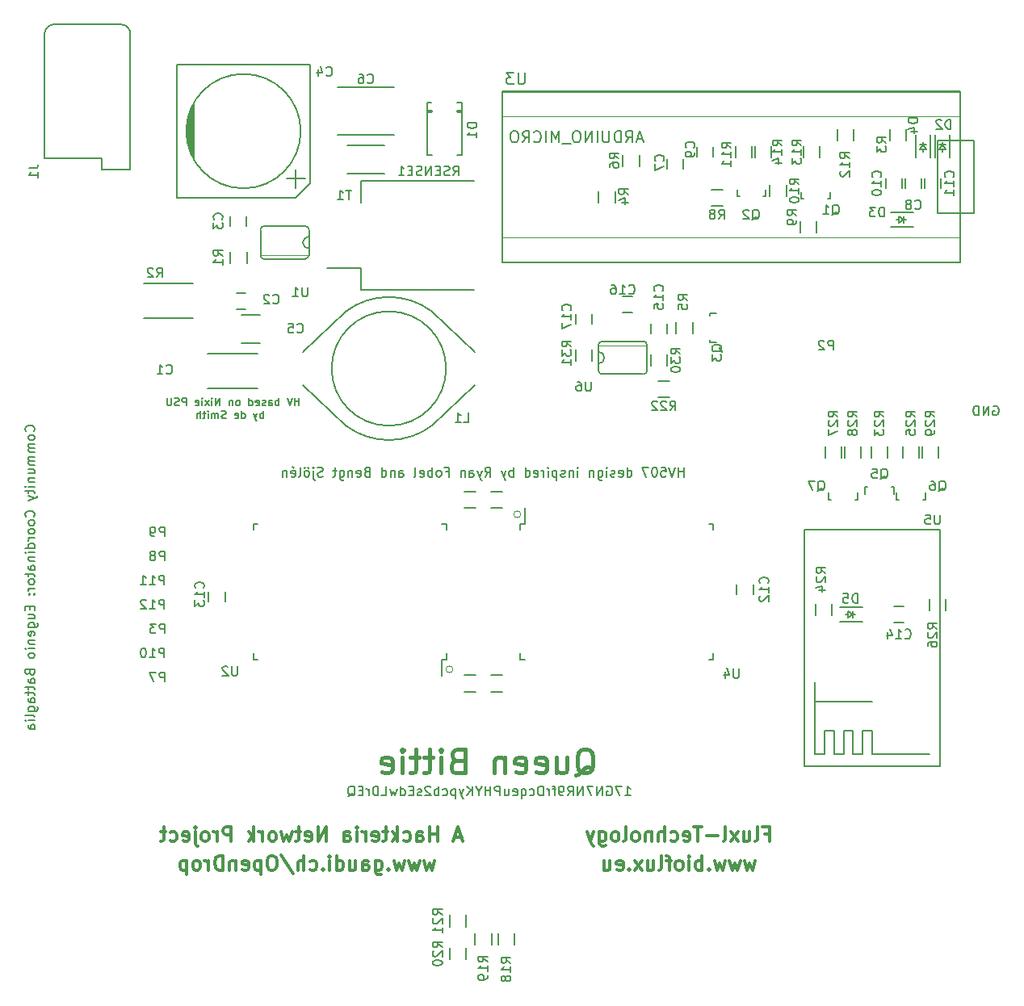
<source format=gbr>
G04 #@! TF.FileFunction,Legend,Bot*
%FSLAX46Y46*%
G04 Gerber Fmt 4.6, Leading zero omitted, Abs format (unit mm)*
G04 Created by KiCad (PCBNEW 4.1.0-alpha+201605191647+6814~44~ubuntu14.04.1-product) date Tue May 24 14:16:21 2016*
%MOMM*%
%LPD*%
G01*
G04 APERTURE LIST*
%ADD10C,0.100000*%
%ADD11C,0.150000*%
%ADD12C,0.400000*%
%ADD13C,0.200000*%
%ADD14C,0.300000*%
%ADD15C,0.076200*%
%ADD16C,0.050000*%
%ADD17C,0.152400*%
G04 APERTURE END LIST*
D10*
D11*
X114846285Y-120875380D02*
X115417714Y-120875380D01*
X115132000Y-120875380D02*
X115132000Y-119875380D01*
X115227238Y-120018238D01*
X115322476Y-120113476D01*
X115417714Y-120161095D01*
X114512952Y-119875380D02*
X113846285Y-119875380D01*
X114274857Y-120875380D01*
X112941523Y-119923000D02*
X113036761Y-119875380D01*
X113179619Y-119875380D01*
X113322476Y-119923000D01*
X113417714Y-120018238D01*
X113465333Y-120113476D01*
X113512952Y-120303952D01*
X113512952Y-120446809D01*
X113465333Y-120637285D01*
X113417714Y-120732523D01*
X113322476Y-120827761D01*
X113179619Y-120875380D01*
X113084380Y-120875380D01*
X112941523Y-120827761D01*
X112893904Y-120780142D01*
X112893904Y-120446809D01*
X113084380Y-120446809D01*
X112465333Y-120875380D02*
X112465333Y-119875380D01*
X111893904Y-120875380D01*
X111893904Y-119875380D01*
X111512952Y-119875380D02*
X110846285Y-119875380D01*
X111274857Y-120875380D01*
X110465333Y-120875380D02*
X110465333Y-119875380D01*
X109893904Y-120875380D01*
X109893904Y-119875380D01*
X108846285Y-120875380D02*
X109179619Y-120399190D01*
X109417714Y-120875380D02*
X109417714Y-119875380D01*
X109036761Y-119875380D01*
X108941523Y-119923000D01*
X108893904Y-119970619D01*
X108846285Y-120065857D01*
X108846285Y-120208714D01*
X108893904Y-120303952D01*
X108941523Y-120351571D01*
X109036761Y-120399190D01*
X109417714Y-120399190D01*
X108370095Y-120875380D02*
X108179619Y-120875380D01*
X108084380Y-120827761D01*
X108036761Y-120780142D01*
X107941523Y-120637285D01*
X107893904Y-120446809D01*
X107893904Y-120065857D01*
X107941523Y-119970619D01*
X107989142Y-119923000D01*
X108084380Y-119875380D01*
X108274857Y-119875380D01*
X108370095Y-119923000D01*
X108417714Y-119970619D01*
X108465333Y-120065857D01*
X108465333Y-120303952D01*
X108417714Y-120399190D01*
X108370095Y-120446809D01*
X108274857Y-120494428D01*
X108084380Y-120494428D01*
X107989142Y-120446809D01*
X107941523Y-120399190D01*
X107893904Y-120303952D01*
X107608190Y-120208714D02*
X107227238Y-120208714D01*
X107465333Y-120875380D02*
X107465333Y-120018238D01*
X107417714Y-119923000D01*
X107322476Y-119875380D01*
X107227238Y-119875380D01*
X106893904Y-120875380D02*
X106893904Y-120208714D01*
X106893904Y-120399190D02*
X106846285Y-120303952D01*
X106798666Y-120256333D01*
X106703428Y-120208714D01*
X106608190Y-120208714D01*
X106274857Y-120875380D02*
X106274857Y-119875380D01*
X106036761Y-119875380D01*
X105893904Y-119923000D01*
X105798666Y-120018238D01*
X105751047Y-120113476D01*
X105703428Y-120303952D01*
X105703428Y-120446809D01*
X105751047Y-120637285D01*
X105798666Y-120732523D01*
X105893904Y-120827761D01*
X106036761Y-120875380D01*
X106274857Y-120875380D01*
X104846285Y-120827761D02*
X104941523Y-120875380D01*
X105132000Y-120875380D01*
X105227238Y-120827761D01*
X105274857Y-120780142D01*
X105322476Y-120684904D01*
X105322476Y-120399190D01*
X105274857Y-120303952D01*
X105227238Y-120256333D01*
X105132000Y-120208714D01*
X104941523Y-120208714D01*
X104846285Y-120256333D01*
X103989142Y-120208714D02*
X103989142Y-121208714D01*
X103989142Y-120827761D02*
X104084380Y-120875380D01*
X104274857Y-120875380D01*
X104370095Y-120827761D01*
X104417714Y-120780142D01*
X104465333Y-120684904D01*
X104465333Y-120399190D01*
X104417714Y-120303952D01*
X104370095Y-120256333D01*
X104274857Y-120208714D01*
X104084380Y-120208714D01*
X103989142Y-120256333D01*
X103132000Y-120827761D02*
X103227238Y-120875380D01*
X103417714Y-120875380D01*
X103512952Y-120827761D01*
X103560571Y-120732523D01*
X103560571Y-120351571D01*
X103512952Y-120256333D01*
X103417714Y-120208714D01*
X103227238Y-120208714D01*
X103132000Y-120256333D01*
X103084380Y-120351571D01*
X103084380Y-120446809D01*
X103560571Y-120542047D01*
X102227238Y-120208714D02*
X102227238Y-120875380D01*
X102655809Y-120208714D02*
X102655809Y-120732523D01*
X102608190Y-120827761D01*
X102512952Y-120875380D01*
X102370095Y-120875380D01*
X102274857Y-120827761D01*
X102227238Y-120780142D01*
X101751047Y-120875380D02*
X101751047Y-119875380D01*
X101370095Y-119875380D01*
X101274857Y-119923000D01*
X101227238Y-119970619D01*
X101179619Y-120065857D01*
X101179619Y-120208714D01*
X101227238Y-120303952D01*
X101274857Y-120351571D01*
X101370095Y-120399190D01*
X101751047Y-120399190D01*
X100751047Y-120875380D02*
X100751047Y-119875380D01*
X100751047Y-120351571D02*
X100179619Y-120351571D01*
X100179619Y-120875380D02*
X100179619Y-119875380D01*
X99512952Y-120399190D02*
X99512952Y-120875380D01*
X99846285Y-119875380D02*
X99512952Y-120399190D01*
X99179619Y-119875380D01*
X98846285Y-120875380D02*
X98846285Y-119875380D01*
X98274857Y-120875380D02*
X98703428Y-120303952D01*
X98274857Y-119875380D02*
X98846285Y-120446809D01*
X97941523Y-120208714D02*
X97703428Y-120875380D01*
X97465333Y-120208714D02*
X97703428Y-120875380D01*
X97798666Y-121113476D01*
X97846285Y-121161095D01*
X97941523Y-121208714D01*
X97084380Y-120208714D02*
X97084380Y-121208714D01*
X97084380Y-120256333D02*
X96989142Y-120208714D01*
X96798666Y-120208714D01*
X96703428Y-120256333D01*
X96655809Y-120303952D01*
X96608190Y-120399190D01*
X96608190Y-120684904D01*
X96655809Y-120780142D01*
X96703428Y-120827761D01*
X96798666Y-120875380D01*
X96989142Y-120875380D01*
X97084380Y-120827761D01*
X95751047Y-120827761D02*
X95846285Y-120875380D01*
X96036761Y-120875380D01*
X96132000Y-120827761D01*
X96179619Y-120780142D01*
X96227238Y-120684904D01*
X96227238Y-120399190D01*
X96179619Y-120303952D01*
X96132000Y-120256333D01*
X96036761Y-120208714D01*
X95846285Y-120208714D01*
X95751047Y-120256333D01*
X95322476Y-120875380D02*
X95322476Y-119875380D01*
X95322476Y-120256333D02*
X95227238Y-120208714D01*
X95036761Y-120208714D01*
X94941523Y-120256333D01*
X94893904Y-120303952D01*
X94846285Y-120399190D01*
X94846285Y-120684904D01*
X94893904Y-120780142D01*
X94941523Y-120827761D01*
X95036761Y-120875380D01*
X95227238Y-120875380D01*
X95322476Y-120827761D01*
X94465333Y-119970619D02*
X94417714Y-119923000D01*
X94322476Y-119875380D01*
X94084380Y-119875380D01*
X93989142Y-119923000D01*
X93941523Y-119970619D01*
X93893904Y-120065857D01*
X93893904Y-120161095D01*
X93941523Y-120303952D01*
X94512952Y-120875380D01*
X93893904Y-120875380D01*
X93512952Y-120827761D02*
X93417714Y-120875380D01*
X93227238Y-120875380D01*
X93132000Y-120827761D01*
X93084380Y-120732523D01*
X93084380Y-120684904D01*
X93132000Y-120589666D01*
X93227238Y-120542047D01*
X93370095Y-120542047D01*
X93465333Y-120494428D01*
X93512952Y-120399190D01*
X93512952Y-120351571D01*
X93465333Y-120256333D01*
X93370095Y-120208714D01*
X93227238Y-120208714D01*
X93132000Y-120256333D01*
X92655809Y-120351571D02*
X92322476Y-120351571D01*
X92179619Y-120875380D02*
X92655809Y-120875380D01*
X92655809Y-119875380D01*
X92179619Y-119875380D01*
X91322476Y-120875380D02*
X91322476Y-119875380D01*
X91322476Y-120827761D02*
X91417714Y-120875380D01*
X91608190Y-120875380D01*
X91703428Y-120827761D01*
X91751047Y-120780142D01*
X91798666Y-120684904D01*
X91798666Y-120399190D01*
X91751047Y-120303952D01*
X91703428Y-120256333D01*
X91608190Y-120208714D01*
X91417714Y-120208714D01*
X91322476Y-120256333D01*
X90941523Y-120208714D02*
X90751047Y-120875380D01*
X90560571Y-120399190D01*
X90370095Y-120875380D01*
X90179619Y-120208714D01*
X89322476Y-120875380D02*
X89798666Y-120875380D01*
X89798666Y-119875380D01*
X88989142Y-120875380D02*
X88989142Y-119875380D01*
X88751047Y-119875380D01*
X88608190Y-119923000D01*
X88512952Y-120018238D01*
X88465333Y-120113476D01*
X88417714Y-120303952D01*
X88417714Y-120446809D01*
X88465333Y-120637285D01*
X88512952Y-120732523D01*
X88608190Y-120827761D01*
X88751047Y-120875380D01*
X88989142Y-120875380D01*
X87989142Y-120875380D02*
X87989142Y-120208714D01*
X87989142Y-120399190D02*
X87941523Y-120303952D01*
X87893904Y-120256333D01*
X87798666Y-120208714D01*
X87703428Y-120208714D01*
X87370095Y-120351571D02*
X87036761Y-120351571D01*
X86893904Y-120875380D02*
X87370095Y-120875380D01*
X87370095Y-119875380D01*
X86893904Y-119875380D01*
X85798666Y-120970619D02*
X85893904Y-120923000D01*
X85989142Y-120827761D01*
X86132000Y-120684904D01*
X86227238Y-120637285D01*
X86322476Y-120637285D01*
X86274857Y-120875380D02*
X86370095Y-120827761D01*
X86465333Y-120732523D01*
X86512952Y-120542047D01*
X86512952Y-120208714D01*
X86465333Y-120018238D01*
X86370095Y-119923000D01*
X86274857Y-119875380D01*
X86084380Y-119875380D01*
X85989142Y-119923000D01*
X85893904Y-120018238D01*
X85846285Y-120208714D01*
X85846285Y-120542047D01*
X85893904Y-120732523D01*
X85989142Y-120827761D01*
X86084380Y-120875380D01*
X86274857Y-120875380D01*
D10*
X103915210Y-91372000D02*
G75*
G03X103915210Y-91372000I-359210J0D01*
G01*
X96803210Y-107628000D02*
G75*
G03X96803210Y-107628000I-359210J0D01*
G01*
D12*
X109723238Y-118744047D02*
X109961333Y-118625000D01*
X110199428Y-118386904D01*
X110556571Y-118029761D01*
X110794666Y-117910714D01*
X111032761Y-117910714D01*
X110913714Y-118505952D02*
X111151809Y-118386904D01*
X111389904Y-118148809D01*
X111508952Y-117672619D01*
X111508952Y-116839285D01*
X111389904Y-116363095D01*
X111151809Y-116125000D01*
X110913714Y-116005952D01*
X110437523Y-116005952D01*
X110199428Y-116125000D01*
X109961333Y-116363095D01*
X109842285Y-116839285D01*
X109842285Y-117672619D01*
X109961333Y-118148809D01*
X110199428Y-118386904D01*
X110437523Y-118505952D01*
X110913714Y-118505952D01*
X107699428Y-116839285D02*
X107699428Y-118505952D01*
X108770857Y-116839285D02*
X108770857Y-118148809D01*
X108651809Y-118386904D01*
X108413714Y-118505952D01*
X108056571Y-118505952D01*
X107818476Y-118386904D01*
X107699428Y-118267857D01*
X105556571Y-118386904D02*
X105794666Y-118505952D01*
X106270857Y-118505952D01*
X106508952Y-118386904D01*
X106628000Y-118148809D01*
X106628000Y-117196428D01*
X106508952Y-116958333D01*
X106270857Y-116839285D01*
X105794666Y-116839285D01*
X105556571Y-116958333D01*
X105437523Y-117196428D01*
X105437523Y-117434523D01*
X106628000Y-117672619D01*
X103413714Y-118386904D02*
X103651809Y-118505952D01*
X104128000Y-118505952D01*
X104366095Y-118386904D01*
X104485142Y-118148809D01*
X104485142Y-117196428D01*
X104366095Y-116958333D01*
X104128000Y-116839285D01*
X103651809Y-116839285D01*
X103413714Y-116958333D01*
X103294666Y-117196428D01*
X103294666Y-117434523D01*
X104485142Y-117672619D01*
X102223238Y-116839285D02*
X102223238Y-118505952D01*
X102223238Y-117077380D02*
X102104190Y-116958333D01*
X101866095Y-116839285D01*
X101508952Y-116839285D01*
X101270857Y-116958333D01*
X101151809Y-117196428D01*
X101151809Y-118505952D01*
X97223238Y-117196428D02*
X96866095Y-117315476D01*
X96747047Y-117434523D01*
X96628000Y-117672619D01*
X96628000Y-118029761D01*
X96747047Y-118267857D01*
X96866095Y-118386904D01*
X97104190Y-118505952D01*
X98056571Y-118505952D01*
X98056571Y-116005952D01*
X97223238Y-116005952D01*
X96985142Y-116125000D01*
X96866095Y-116244047D01*
X96747047Y-116482142D01*
X96747047Y-116720238D01*
X96866095Y-116958333D01*
X96985142Y-117077380D01*
X97223238Y-117196428D01*
X98056571Y-117196428D01*
X95556571Y-118505952D02*
X95556571Y-116839285D01*
X95556571Y-116005952D02*
X95675619Y-116125000D01*
X95556571Y-116244047D01*
X95437523Y-116125000D01*
X95556571Y-116005952D01*
X95556571Y-116244047D01*
X94723238Y-116839285D02*
X93770857Y-116839285D01*
X94366095Y-116005952D02*
X94366095Y-118148809D01*
X94247047Y-118386904D01*
X94008952Y-118505952D01*
X93770857Y-118505952D01*
X93294666Y-116839285D02*
X92342285Y-116839285D01*
X92937523Y-116005952D02*
X92937523Y-118148809D01*
X92818476Y-118386904D01*
X92580380Y-118505952D01*
X92342285Y-118505952D01*
X91508952Y-118505952D02*
X91508952Y-116839285D01*
X91508952Y-116005952D02*
X91628000Y-116125000D01*
X91508952Y-116244047D01*
X91389904Y-116125000D01*
X91508952Y-116005952D01*
X91508952Y-116244047D01*
X89366095Y-118386904D02*
X89604190Y-118505952D01*
X90080380Y-118505952D01*
X90318476Y-118386904D01*
X90437523Y-118148809D01*
X90437523Y-117196428D01*
X90318476Y-116958333D01*
X90080380Y-116839285D01*
X89604190Y-116839285D01*
X89366095Y-116958333D01*
X89247047Y-117196428D01*
X89247047Y-117434523D01*
X90437523Y-117672619D01*
D11*
X52863142Y-82666666D02*
X52910761Y-82619047D01*
X52958380Y-82476190D01*
X52958380Y-82380952D01*
X52910761Y-82238095D01*
X52815523Y-82142857D01*
X52720285Y-82095238D01*
X52529809Y-82047619D01*
X52386952Y-82047619D01*
X52196476Y-82095238D01*
X52101238Y-82142857D01*
X52006000Y-82238095D01*
X51958380Y-82380952D01*
X51958380Y-82476190D01*
X52006000Y-82619047D01*
X52053619Y-82666666D01*
X52958380Y-83238095D02*
X52910761Y-83142857D01*
X52863142Y-83095238D01*
X52767904Y-83047619D01*
X52482190Y-83047619D01*
X52386952Y-83095238D01*
X52339333Y-83142857D01*
X52291714Y-83238095D01*
X52291714Y-83380952D01*
X52339333Y-83476190D01*
X52386952Y-83523809D01*
X52482190Y-83571428D01*
X52767904Y-83571428D01*
X52863142Y-83523809D01*
X52910761Y-83476190D01*
X52958380Y-83380952D01*
X52958380Y-83238095D01*
X52958380Y-84000000D02*
X52291714Y-84000000D01*
X52386952Y-84000000D02*
X52339333Y-84047619D01*
X52291714Y-84142857D01*
X52291714Y-84285714D01*
X52339333Y-84380952D01*
X52434571Y-84428571D01*
X52958380Y-84428571D01*
X52434571Y-84428571D02*
X52339333Y-84476190D01*
X52291714Y-84571428D01*
X52291714Y-84714285D01*
X52339333Y-84809523D01*
X52434571Y-84857142D01*
X52958380Y-84857142D01*
X52958380Y-85333333D02*
X52291714Y-85333333D01*
X52386952Y-85333333D02*
X52339333Y-85380952D01*
X52291714Y-85476190D01*
X52291714Y-85619047D01*
X52339333Y-85714285D01*
X52434571Y-85761904D01*
X52958380Y-85761904D01*
X52434571Y-85761904D02*
X52339333Y-85809523D01*
X52291714Y-85904761D01*
X52291714Y-86047619D01*
X52339333Y-86142857D01*
X52434571Y-86190476D01*
X52958380Y-86190476D01*
X52291714Y-87095238D02*
X52958380Y-87095238D01*
X52291714Y-86666666D02*
X52815523Y-86666666D01*
X52910761Y-86714285D01*
X52958380Y-86809523D01*
X52958380Y-86952380D01*
X52910761Y-87047619D01*
X52863142Y-87095238D01*
X52291714Y-87571428D02*
X52958380Y-87571428D01*
X52386952Y-87571428D02*
X52339333Y-87619047D01*
X52291714Y-87714285D01*
X52291714Y-87857142D01*
X52339333Y-87952380D01*
X52434571Y-88000000D01*
X52958380Y-88000000D01*
X52958380Y-88476190D02*
X52291714Y-88476190D01*
X51958380Y-88476190D02*
X52006000Y-88428571D01*
X52053619Y-88476190D01*
X52006000Y-88523809D01*
X51958380Y-88476190D01*
X52053619Y-88476190D01*
X52291714Y-88809523D02*
X52291714Y-89190476D01*
X51958380Y-88952380D02*
X52815523Y-88952380D01*
X52910761Y-89000000D01*
X52958380Y-89095238D01*
X52958380Y-89190476D01*
X52291714Y-89428571D02*
X52958380Y-89666666D01*
X52291714Y-89904761D02*
X52958380Y-89666666D01*
X53196476Y-89571428D01*
X53244095Y-89523809D01*
X53291714Y-89428571D01*
X52863142Y-91619047D02*
X52910761Y-91571428D01*
X52958380Y-91428571D01*
X52958380Y-91333333D01*
X52910761Y-91190476D01*
X52815523Y-91095238D01*
X52720285Y-91047619D01*
X52529809Y-91000000D01*
X52386952Y-90999999D01*
X52196476Y-91047619D01*
X52101238Y-91095238D01*
X52006000Y-91190476D01*
X51958380Y-91333333D01*
X51958380Y-91428571D01*
X52006000Y-91571428D01*
X52053619Y-91619047D01*
X52958380Y-92190476D02*
X52910761Y-92095238D01*
X52863142Y-92047619D01*
X52767904Y-92000000D01*
X52482190Y-92000000D01*
X52386952Y-92047619D01*
X52339333Y-92095238D01*
X52291714Y-92190476D01*
X52291714Y-92333333D01*
X52339333Y-92428571D01*
X52386952Y-92476190D01*
X52482190Y-92523809D01*
X52767904Y-92523809D01*
X52863142Y-92476190D01*
X52910761Y-92428571D01*
X52958380Y-92333333D01*
X52958380Y-92190476D01*
X52958380Y-93095238D02*
X52910761Y-93000000D01*
X52863142Y-92952380D01*
X52767904Y-92904761D01*
X52482190Y-92904761D01*
X52386952Y-92952380D01*
X52339333Y-92999999D01*
X52291714Y-93095238D01*
X52291714Y-93238095D01*
X52339333Y-93333333D01*
X52386952Y-93380952D01*
X52482190Y-93428571D01*
X52767904Y-93428571D01*
X52863142Y-93380952D01*
X52910761Y-93333333D01*
X52958380Y-93238095D01*
X52958380Y-93095238D01*
X52958380Y-93857142D02*
X52291714Y-93857142D01*
X52482190Y-93857142D02*
X52386952Y-93904761D01*
X52339333Y-93952380D01*
X52291714Y-94047619D01*
X52291714Y-94142857D01*
X52958380Y-94904761D02*
X51958380Y-94904761D01*
X52910761Y-94904761D02*
X52958380Y-94809523D01*
X52958380Y-94619047D01*
X52910761Y-94523809D01*
X52863142Y-94476190D01*
X52767904Y-94428571D01*
X52482190Y-94428571D01*
X52386952Y-94476190D01*
X52339333Y-94523809D01*
X52291714Y-94619047D01*
X52291714Y-94809523D01*
X52339333Y-94904761D01*
X52958380Y-95380952D02*
X52291714Y-95380952D01*
X51958380Y-95380952D02*
X52006000Y-95333333D01*
X52053619Y-95380952D01*
X52006000Y-95428571D01*
X51958380Y-95380952D01*
X52053619Y-95380952D01*
X52291714Y-95857142D02*
X52958380Y-95857142D01*
X52386952Y-95857142D02*
X52339333Y-95904761D01*
X52291714Y-95999999D01*
X52291714Y-96142857D01*
X52339333Y-96238095D01*
X52434571Y-96285714D01*
X52958380Y-96285714D01*
X52958380Y-97190476D02*
X52434571Y-97190476D01*
X52339333Y-97142857D01*
X52291714Y-97047619D01*
X52291714Y-96857142D01*
X52339333Y-96761904D01*
X52910761Y-97190476D02*
X52958380Y-97095238D01*
X52958380Y-96857142D01*
X52910761Y-96761904D01*
X52815523Y-96714285D01*
X52720285Y-96714285D01*
X52625047Y-96761904D01*
X52577428Y-96857142D01*
X52577428Y-97095238D01*
X52529809Y-97190476D01*
X52291714Y-97523809D02*
X52291714Y-97904761D01*
X51958380Y-97666666D02*
X52815523Y-97666666D01*
X52910761Y-97714285D01*
X52958380Y-97809523D01*
X52958380Y-97904761D01*
X52958380Y-98380952D02*
X52910761Y-98285714D01*
X52863142Y-98238095D01*
X52767904Y-98190476D01*
X52482190Y-98190476D01*
X52386952Y-98238095D01*
X52339333Y-98285714D01*
X52291714Y-98380952D01*
X52291714Y-98523809D01*
X52339333Y-98619047D01*
X52386952Y-98666666D01*
X52482190Y-98714285D01*
X52767904Y-98714285D01*
X52863142Y-98666666D01*
X52910761Y-98619047D01*
X52958380Y-98523809D01*
X52958380Y-98380952D01*
X52958380Y-99142857D02*
X52291714Y-99142857D01*
X52482190Y-99142857D02*
X52386952Y-99190476D01*
X52339333Y-99238095D01*
X52291714Y-99333333D01*
X52291714Y-99428571D01*
X52863142Y-99761904D02*
X52910761Y-99809523D01*
X52958380Y-99761904D01*
X52910761Y-99714285D01*
X52863142Y-99761904D01*
X52958380Y-99761904D01*
X52339333Y-99761904D02*
X52386952Y-99809523D01*
X52434571Y-99761904D01*
X52386952Y-99714285D01*
X52339333Y-99761904D01*
X52434571Y-99761904D01*
X52434571Y-100999999D02*
X52434571Y-101333333D01*
X52958380Y-101476190D02*
X52958380Y-100999999D01*
X51958380Y-100999999D01*
X51958380Y-101476190D01*
X52291714Y-102333333D02*
X52958380Y-102333333D01*
X52291714Y-101904761D02*
X52815523Y-101904761D01*
X52910761Y-101952380D01*
X52958380Y-102047619D01*
X52958380Y-102190476D01*
X52910761Y-102285714D01*
X52863142Y-102333333D01*
X52291714Y-103238095D02*
X53101238Y-103238095D01*
X53196476Y-103190476D01*
X53244095Y-103142857D01*
X53291714Y-103047619D01*
X53291714Y-102904761D01*
X53244095Y-102809523D01*
X52910761Y-103238095D02*
X52958380Y-103142857D01*
X52958380Y-102952380D01*
X52910761Y-102857142D01*
X52863142Y-102809523D01*
X52767904Y-102761904D01*
X52482190Y-102761904D01*
X52386952Y-102809523D01*
X52339333Y-102857142D01*
X52291714Y-102952380D01*
X52291714Y-103142857D01*
X52339333Y-103238095D01*
X52910761Y-104095238D02*
X52958380Y-103999999D01*
X52958380Y-103809523D01*
X52910761Y-103714285D01*
X52815523Y-103666666D01*
X52434571Y-103666666D01*
X52339333Y-103714285D01*
X52291714Y-103809523D01*
X52291714Y-103999999D01*
X52339333Y-104095238D01*
X52434571Y-104142857D01*
X52529809Y-104142857D01*
X52625047Y-103666666D01*
X52291714Y-104571428D02*
X52958380Y-104571428D01*
X52386952Y-104571428D02*
X52339333Y-104619047D01*
X52291714Y-104714285D01*
X52291714Y-104857142D01*
X52339333Y-104952380D01*
X52434571Y-104999999D01*
X52958380Y-104999999D01*
X52958380Y-105476190D02*
X52291714Y-105476190D01*
X51958380Y-105476190D02*
X52006000Y-105428571D01*
X52053619Y-105476190D01*
X52006000Y-105523809D01*
X51958380Y-105476190D01*
X52053619Y-105476190D01*
X52958380Y-106095238D02*
X52910761Y-105999999D01*
X52863142Y-105952380D01*
X52767904Y-105904761D01*
X52482190Y-105904761D01*
X52386952Y-105952380D01*
X52339333Y-105999999D01*
X52291714Y-106095238D01*
X52291714Y-106238095D01*
X52339333Y-106333333D01*
X52386952Y-106380952D01*
X52482190Y-106428571D01*
X52767904Y-106428571D01*
X52863142Y-106380952D01*
X52910761Y-106333333D01*
X52958380Y-106238095D01*
X52958380Y-106095238D01*
X52434571Y-107952380D02*
X52482190Y-108095238D01*
X52529809Y-108142857D01*
X52625047Y-108190476D01*
X52767904Y-108190476D01*
X52863142Y-108142857D01*
X52910761Y-108095238D01*
X52958380Y-107999999D01*
X52958380Y-107619047D01*
X51958380Y-107619047D01*
X51958380Y-107952380D01*
X52006000Y-108047619D01*
X52053619Y-108095238D01*
X52148857Y-108142857D01*
X52244095Y-108142857D01*
X52339333Y-108095238D01*
X52386952Y-108047619D01*
X52434571Y-107952380D01*
X52434571Y-107619047D01*
X52958380Y-109047619D02*
X52434571Y-109047619D01*
X52339333Y-108999999D01*
X52291714Y-108904761D01*
X52291714Y-108714285D01*
X52339333Y-108619047D01*
X52910761Y-109047619D02*
X52958380Y-108952380D01*
X52958380Y-108714285D01*
X52910761Y-108619047D01*
X52815523Y-108571428D01*
X52720285Y-108571428D01*
X52625047Y-108619047D01*
X52577428Y-108714285D01*
X52577428Y-108952380D01*
X52529809Y-109047619D01*
X52291714Y-109380952D02*
X52291714Y-109761904D01*
X51958380Y-109523809D02*
X52815523Y-109523809D01*
X52910761Y-109571428D01*
X52958380Y-109666666D01*
X52958380Y-109761904D01*
X52291714Y-109952380D02*
X52291714Y-110333333D01*
X51958380Y-110095238D02*
X52815523Y-110095238D01*
X52910761Y-110142857D01*
X52958380Y-110238095D01*
X52958380Y-110333333D01*
X52958380Y-111095238D02*
X52434571Y-111095238D01*
X52339333Y-111047619D01*
X52291714Y-110952380D01*
X52291714Y-110761904D01*
X52339333Y-110666666D01*
X52910761Y-111095238D02*
X52958380Y-110999999D01*
X52958380Y-110761904D01*
X52910761Y-110666666D01*
X52815523Y-110619047D01*
X52720285Y-110619047D01*
X52625047Y-110666666D01*
X52577428Y-110761904D01*
X52577428Y-110999999D01*
X52529809Y-111095238D01*
X52291714Y-111999999D02*
X53101238Y-111999999D01*
X53196476Y-111952380D01*
X53244095Y-111904761D01*
X53291714Y-111809523D01*
X53291714Y-111666666D01*
X53244095Y-111571428D01*
X52910761Y-111999999D02*
X52958380Y-111904761D01*
X52958380Y-111714285D01*
X52910761Y-111619047D01*
X52863142Y-111571428D01*
X52767904Y-111523809D01*
X52482190Y-111523809D01*
X52386952Y-111571428D01*
X52339333Y-111619047D01*
X52291714Y-111714285D01*
X52291714Y-111904761D01*
X52339333Y-111999999D01*
X52958380Y-112619047D02*
X52910761Y-112523809D01*
X52815523Y-112476190D01*
X51958380Y-112476190D01*
X52958380Y-112999999D02*
X52291714Y-112999999D01*
X51958380Y-112999999D02*
X52006000Y-112952380D01*
X52053619Y-112999999D01*
X52006000Y-113047619D01*
X51958380Y-112999999D01*
X52053619Y-112999999D01*
X52958380Y-113904761D02*
X52434571Y-113904761D01*
X52339333Y-113857142D01*
X52291714Y-113761904D01*
X52291714Y-113571428D01*
X52339333Y-113476190D01*
X52910761Y-113904761D02*
X52958380Y-113809523D01*
X52958380Y-113571428D01*
X52910761Y-113476190D01*
X52815523Y-113428571D01*
X52720285Y-113428571D01*
X52625047Y-113476190D01*
X52577428Y-113571428D01*
X52577428Y-113809523D01*
X52529809Y-113904761D01*
D13*
X121029809Y-87452380D02*
X121029809Y-86452380D01*
X121029809Y-86928571D02*
X120458380Y-86928571D01*
X120458380Y-87452380D02*
X120458380Y-86452380D01*
X120125047Y-86452380D02*
X119791714Y-87452380D01*
X119458380Y-86452380D01*
X118648857Y-86452380D02*
X119125047Y-86452380D01*
X119172666Y-86928571D01*
X119125047Y-86880952D01*
X119029809Y-86833333D01*
X118791714Y-86833333D01*
X118696476Y-86880952D01*
X118648857Y-86928571D01*
X118601238Y-87023809D01*
X118601238Y-87261904D01*
X118648857Y-87357142D01*
X118696476Y-87404761D01*
X118791714Y-87452380D01*
X119029809Y-87452380D01*
X119125047Y-87404761D01*
X119172666Y-87357142D01*
X117982190Y-86452380D02*
X117886952Y-86452380D01*
X117791714Y-86500000D01*
X117744095Y-86547619D01*
X117696476Y-86642857D01*
X117648857Y-86833333D01*
X117648857Y-87071428D01*
X117696476Y-87261904D01*
X117744095Y-87357142D01*
X117791714Y-87404761D01*
X117886952Y-87452380D01*
X117982190Y-87452380D01*
X118077428Y-87404761D01*
X118125047Y-87357142D01*
X118172666Y-87261904D01*
X118220285Y-87071428D01*
X118220285Y-86833333D01*
X118172666Y-86642857D01*
X118125047Y-86547619D01*
X118077428Y-86500000D01*
X117982190Y-86452380D01*
X117315523Y-86452380D02*
X116648857Y-86452380D01*
X117077428Y-87452380D01*
X115077428Y-87452380D02*
X115077428Y-86452380D01*
X115077428Y-87404761D02*
X115172666Y-87452380D01*
X115363142Y-87452380D01*
X115458380Y-87404761D01*
X115505999Y-87357142D01*
X115553619Y-87261904D01*
X115553619Y-86976190D01*
X115505999Y-86880952D01*
X115458380Y-86833333D01*
X115363142Y-86785714D01*
X115172666Y-86785714D01*
X115077428Y-86833333D01*
X114220285Y-87404761D02*
X114315523Y-87452380D01*
X114505999Y-87452380D01*
X114601238Y-87404761D01*
X114648857Y-87309523D01*
X114648857Y-86928571D01*
X114601238Y-86833333D01*
X114505999Y-86785714D01*
X114315523Y-86785714D01*
X114220285Y-86833333D01*
X114172666Y-86928571D01*
X114172666Y-87023809D01*
X114648857Y-87119047D01*
X113791714Y-87404761D02*
X113696476Y-87452380D01*
X113505999Y-87452380D01*
X113410761Y-87404761D01*
X113363142Y-87309523D01*
X113363142Y-87261904D01*
X113410761Y-87166666D01*
X113505999Y-87119047D01*
X113648857Y-87119047D01*
X113744095Y-87071428D01*
X113791714Y-86976190D01*
X113791714Y-86928571D01*
X113744095Y-86833333D01*
X113648857Y-86785714D01*
X113505999Y-86785714D01*
X113410761Y-86833333D01*
X112934571Y-87452380D02*
X112934571Y-86785714D01*
X112934571Y-86452380D02*
X112982190Y-86500000D01*
X112934571Y-86547619D01*
X112886952Y-86500000D01*
X112934571Y-86452380D01*
X112934571Y-86547619D01*
X112029809Y-86785714D02*
X112029809Y-87595238D01*
X112077428Y-87690476D01*
X112125047Y-87738095D01*
X112220285Y-87785714D01*
X112363142Y-87785714D01*
X112458380Y-87738095D01*
X112029809Y-87404761D02*
X112125047Y-87452380D01*
X112315523Y-87452380D01*
X112410761Y-87404761D01*
X112458380Y-87357142D01*
X112505999Y-87261904D01*
X112505999Y-86976190D01*
X112458380Y-86880952D01*
X112410761Y-86833333D01*
X112315523Y-86785714D01*
X112125047Y-86785714D01*
X112029809Y-86833333D01*
X111553619Y-86785714D02*
X111553619Y-87452380D01*
X111553619Y-86880952D02*
X111505999Y-86833333D01*
X111410761Y-86785714D01*
X111267904Y-86785714D01*
X111172666Y-86833333D01*
X111125047Y-86928571D01*
X111125047Y-87452380D01*
X109886952Y-87452380D02*
X109886952Y-86785714D01*
X109886952Y-86452380D02*
X109934571Y-86500000D01*
X109886952Y-86547619D01*
X109839333Y-86500000D01*
X109886952Y-86452380D01*
X109886952Y-86547619D01*
X109410761Y-86785714D02*
X109410761Y-87452380D01*
X109410761Y-86880952D02*
X109363142Y-86833333D01*
X109267904Y-86785714D01*
X109125047Y-86785714D01*
X109029809Y-86833333D01*
X108982190Y-86928571D01*
X108982190Y-87452380D01*
X108553619Y-87404761D02*
X108458380Y-87452380D01*
X108267904Y-87452380D01*
X108172666Y-87404761D01*
X108125047Y-87309523D01*
X108125047Y-87261904D01*
X108172666Y-87166666D01*
X108267904Y-87119047D01*
X108410761Y-87119047D01*
X108506000Y-87071428D01*
X108553619Y-86976190D01*
X108553619Y-86928571D01*
X108506000Y-86833333D01*
X108410761Y-86785714D01*
X108267904Y-86785714D01*
X108172666Y-86833333D01*
X107696476Y-86785714D02*
X107696476Y-87785714D01*
X107696476Y-86833333D02*
X107601238Y-86785714D01*
X107410761Y-86785714D01*
X107315523Y-86833333D01*
X107267904Y-86880952D01*
X107220285Y-86976190D01*
X107220285Y-87261904D01*
X107267904Y-87357142D01*
X107315523Y-87404761D01*
X107410761Y-87452380D01*
X107601238Y-87452380D01*
X107696476Y-87404761D01*
X106791714Y-87452380D02*
X106791714Y-86785714D01*
X106791714Y-86452380D02*
X106839333Y-86500000D01*
X106791714Y-86547619D01*
X106744095Y-86500000D01*
X106791714Y-86452380D01*
X106791714Y-86547619D01*
X106315523Y-87452380D02*
X106315523Y-86785714D01*
X106315523Y-86976190D02*
X106267904Y-86880952D01*
X106220285Y-86833333D01*
X106125047Y-86785714D01*
X106029809Y-86785714D01*
X105315523Y-87404761D02*
X105410761Y-87452380D01*
X105601238Y-87452380D01*
X105696476Y-87404761D01*
X105744095Y-87309523D01*
X105744095Y-86928571D01*
X105696476Y-86833333D01*
X105601238Y-86785714D01*
X105410761Y-86785714D01*
X105315523Y-86833333D01*
X105267904Y-86928571D01*
X105267904Y-87023809D01*
X105744095Y-87119047D01*
X104410761Y-87452380D02*
X104410761Y-86452380D01*
X104410761Y-87404761D02*
X104506000Y-87452380D01*
X104696476Y-87452380D01*
X104791714Y-87404761D01*
X104839333Y-87357142D01*
X104886952Y-87261904D01*
X104886952Y-86976190D01*
X104839333Y-86880952D01*
X104791714Y-86833333D01*
X104696476Y-86785714D01*
X104506000Y-86785714D01*
X104410761Y-86833333D01*
X103172666Y-87452380D02*
X103172666Y-86452380D01*
X103172666Y-86833333D02*
X103077428Y-86785714D01*
X102886952Y-86785714D01*
X102791714Y-86833333D01*
X102744095Y-86880952D01*
X102696476Y-86976190D01*
X102696476Y-87261904D01*
X102744095Y-87357142D01*
X102791714Y-87404761D01*
X102886952Y-87452380D01*
X103077428Y-87452380D01*
X103172666Y-87404761D01*
X102363142Y-86785714D02*
X102125047Y-87452380D01*
X101886952Y-86785714D02*
X102125047Y-87452380D01*
X102220285Y-87690476D01*
X102267904Y-87738095D01*
X102363142Y-87785714D01*
X100172666Y-87452380D02*
X100506000Y-86976190D01*
X100744095Y-87452380D02*
X100744095Y-86452380D01*
X100363142Y-86452380D01*
X100267904Y-86500000D01*
X100220285Y-86547619D01*
X100172666Y-86642857D01*
X100172666Y-86785714D01*
X100220285Y-86880952D01*
X100267904Y-86928571D01*
X100363142Y-86976190D01*
X100744095Y-86976190D01*
X99839333Y-86785714D02*
X99601238Y-87452380D01*
X99363142Y-86785714D02*
X99601238Y-87452380D01*
X99696476Y-87690476D01*
X99744095Y-87738095D01*
X99839333Y-87785714D01*
X98553619Y-87452380D02*
X98553619Y-86928571D01*
X98601238Y-86833333D01*
X98696476Y-86785714D01*
X98886952Y-86785714D01*
X98982190Y-86833333D01*
X98553619Y-87404761D02*
X98648857Y-87452380D01*
X98886952Y-87452380D01*
X98982190Y-87404761D01*
X99029809Y-87309523D01*
X99029809Y-87214285D01*
X98982190Y-87119047D01*
X98886952Y-87071428D01*
X98648857Y-87071428D01*
X98553619Y-87023809D01*
X98077428Y-86785714D02*
X98077428Y-87452380D01*
X98077428Y-86880952D02*
X98029809Y-86833333D01*
X97934571Y-86785714D01*
X97791714Y-86785714D01*
X97696476Y-86833333D01*
X97648857Y-86928571D01*
X97648857Y-87452380D01*
X96077428Y-86928571D02*
X96410761Y-86928571D01*
X96410761Y-87452380D02*
X96410761Y-86452380D01*
X95934571Y-86452380D01*
X95410761Y-87452380D02*
X95506000Y-87404761D01*
X95553619Y-87357142D01*
X95601238Y-87261904D01*
X95601238Y-86976190D01*
X95553619Y-86880952D01*
X95506000Y-86833333D01*
X95410761Y-86785714D01*
X95267904Y-86785714D01*
X95172666Y-86833333D01*
X95125047Y-86880952D01*
X95077428Y-86976190D01*
X95077428Y-87261904D01*
X95125047Y-87357142D01*
X95172666Y-87404761D01*
X95267904Y-87452380D01*
X95410761Y-87452380D01*
X94648857Y-87452380D02*
X94648857Y-86452380D01*
X94648857Y-86833333D02*
X94553619Y-86785714D01*
X94363142Y-86785714D01*
X94267904Y-86833333D01*
X94220285Y-86880952D01*
X94172666Y-86976190D01*
X94172666Y-87261904D01*
X94220285Y-87357142D01*
X94267904Y-87404761D01*
X94363142Y-87452380D01*
X94553619Y-87452380D01*
X94648857Y-87404761D01*
X93363142Y-87404761D02*
X93458380Y-87452380D01*
X93648857Y-87452380D01*
X93744095Y-87404761D01*
X93791714Y-87309523D01*
X93791714Y-86928571D01*
X93744095Y-86833333D01*
X93648857Y-86785714D01*
X93458380Y-86785714D01*
X93363142Y-86833333D01*
X93315523Y-86928571D01*
X93315523Y-87023809D01*
X93791714Y-87119047D01*
X92744095Y-87452380D02*
X92839333Y-87404761D01*
X92886952Y-87309523D01*
X92886952Y-86452380D01*
X91172666Y-87452380D02*
X91172666Y-86928571D01*
X91220285Y-86833333D01*
X91315523Y-86785714D01*
X91506000Y-86785714D01*
X91601238Y-86833333D01*
X91172666Y-87404761D02*
X91267904Y-87452380D01*
X91506000Y-87452380D01*
X91601238Y-87404761D01*
X91648857Y-87309523D01*
X91648857Y-87214285D01*
X91601238Y-87119047D01*
X91506000Y-87071428D01*
X91267904Y-87071428D01*
X91172666Y-87023809D01*
X90696476Y-86785714D02*
X90696476Y-87452380D01*
X90696476Y-86880952D02*
X90648857Y-86833333D01*
X90553619Y-86785714D01*
X90410761Y-86785714D01*
X90315523Y-86833333D01*
X90267904Y-86928571D01*
X90267904Y-87452380D01*
X89363142Y-87452380D02*
X89363142Y-86452380D01*
X89363142Y-87404761D02*
X89458380Y-87452380D01*
X89648857Y-87452380D01*
X89744095Y-87404761D01*
X89791714Y-87357142D01*
X89839333Y-87261904D01*
X89839333Y-86976190D01*
X89791714Y-86880952D01*
X89744095Y-86833333D01*
X89648857Y-86785714D01*
X89458380Y-86785714D01*
X89363142Y-86833333D01*
X87791714Y-86928571D02*
X87648857Y-86976190D01*
X87601238Y-87023809D01*
X87553619Y-87119047D01*
X87553619Y-87261904D01*
X87601238Y-87357142D01*
X87648857Y-87404761D01*
X87744095Y-87452380D01*
X88125047Y-87452380D01*
X88125047Y-86452380D01*
X87791714Y-86452380D01*
X87696476Y-86500000D01*
X87648857Y-86547619D01*
X87601238Y-86642857D01*
X87601238Y-86738095D01*
X87648857Y-86833333D01*
X87696476Y-86880952D01*
X87791714Y-86928571D01*
X88125047Y-86928571D01*
X86744095Y-87404761D02*
X86839333Y-87452380D01*
X87029809Y-87452380D01*
X87125047Y-87404761D01*
X87172666Y-87309523D01*
X87172666Y-86928571D01*
X87125047Y-86833333D01*
X87029809Y-86785714D01*
X86839333Y-86785714D01*
X86744095Y-86833333D01*
X86696476Y-86928571D01*
X86696476Y-87023809D01*
X87172666Y-87119047D01*
X86267904Y-86785714D02*
X86267904Y-87452380D01*
X86267904Y-86880952D02*
X86220285Y-86833333D01*
X86125047Y-86785714D01*
X85982190Y-86785714D01*
X85886952Y-86833333D01*
X85839333Y-86928571D01*
X85839333Y-87452380D01*
X84934571Y-86785714D02*
X84934571Y-87595238D01*
X84982190Y-87690476D01*
X85029809Y-87738095D01*
X85125047Y-87785714D01*
X85267904Y-87785714D01*
X85363142Y-87738095D01*
X84934571Y-87404761D02*
X85029809Y-87452380D01*
X85220285Y-87452380D01*
X85315523Y-87404761D01*
X85363142Y-87357142D01*
X85410761Y-87261904D01*
X85410761Y-86976190D01*
X85363142Y-86880952D01*
X85315523Y-86833333D01*
X85220285Y-86785714D01*
X85029809Y-86785714D01*
X84934571Y-86833333D01*
X84601238Y-86785714D02*
X84220285Y-86785714D01*
X84458380Y-86452380D02*
X84458380Y-87309523D01*
X84410761Y-87404761D01*
X84315523Y-87452380D01*
X84220285Y-87452380D01*
X83172666Y-87404761D02*
X83029809Y-87452380D01*
X82791714Y-87452380D01*
X82696476Y-87404761D01*
X82648857Y-87357142D01*
X82601238Y-87261904D01*
X82601238Y-87166666D01*
X82648857Y-87071428D01*
X82696476Y-87023809D01*
X82791714Y-86976190D01*
X82982190Y-86928571D01*
X83077428Y-86880952D01*
X83125047Y-86833333D01*
X83172666Y-86738095D01*
X83172666Y-86642857D01*
X83125047Y-86547619D01*
X83077428Y-86500000D01*
X82982190Y-86452380D01*
X82744095Y-86452380D01*
X82601238Y-86500000D01*
X82172666Y-86785714D02*
X82172666Y-87642857D01*
X82220285Y-87738095D01*
X82315523Y-87785714D01*
X82363142Y-87785714D01*
X82172666Y-86452380D02*
X82220285Y-86500000D01*
X82172666Y-86547619D01*
X82125047Y-86500000D01*
X82172666Y-86452380D01*
X82172666Y-86547619D01*
X81553619Y-87452380D02*
X81648857Y-87404761D01*
X81696476Y-87357142D01*
X81744095Y-87261904D01*
X81744095Y-86976190D01*
X81696476Y-86880952D01*
X81648857Y-86833333D01*
X81553619Y-86785714D01*
X81410761Y-86785714D01*
X81315523Y-86833333D01*
X81267904Y-86880952D01*
X81220285Y-86976190D01*
X81220285Y-87261904D01*
X81267904Y-87357142D01*
X81315523Y-87404761D01*
X81410761Y-87452380D01*
X81553619Y-87452380D01*
X81648857Y-86452380D02*
X81601238Y-86500000D01*
X81648857Y-86547619D01*
X81696476Y-86500000D01*
X81648857Y-86452380D01*
X81648857Y-86547619D01*
X81267904Y-86452380D02*
X81220285Y-86500000D01*
X81267904Y-86547619D01*
X81315523Y-86500000D01*
X81267904Y-86452380D01*
X81267904Y-86547619D01*
X80648857Y-87452380D02*
X80744095Y-87404761D01*
X80791714Y-87309523D01*
X80791714Y-86452380D01*
X79886952Y-87404761D02*
X79982190Y-87452380D01*
X80172666Y-87452380D01*
X80267904Y-87404761D01*
X80315523Y-87309523D01*
X80315523Y-86928571D01*
X80267904Y-86833333D01*
X80172666Y-86785714D01*
X79982190Y-86785714D01*
X79886952Y-86833333D01*
X79839333Y-86928571D01*
X79839333Y-87023809D01*
X80315523Y-87119047D01*
X79982190Y-86404761D02*
X80125047Y-86547619D01*
X79410761Y-86785714D02*
X79410761Y-87452380D01*
X79410761Y-86880952D02*
X79363142Y-86833333D01*
X79267904Y-86785714D01*
X79125047Y-86785714D01*
X79029809Y-86833333D01*
X78982190Y-86928571D01*
X78982190Y-87452380D01*
D11*
X80692095Y-79977904D02*
X80692095Y-79177904D01*
X80692095Y-79558857D02*
X80234952Y-79558857D01*
X80234952Y-79977904D02*
X80234952Y-79177904D01*
X79968285Y-79177904D02*
X79701619Y-79977904D01*
X79434952Y-79177904D01*
X78558761Y-79977904D02*
X78558761Y-79177904D01*
X78558761Y-79482666D02*
X78482571Y-79444571D01*
X78330190Y-79444571D01*
X78254000Y-79482666D01*
X78215904Y-79520761D01*
X78177809Y-79596952D01*
X78177809Y-79825523D01*
X78215904Y-79901714D01*
X78254000Y-79939809D01*
X78330190Y-79977904D01*
X78482571Y-79977904D01*
X78558761Y-79939809D01*
X77492095Y-79977904D02*
X77492095Y-79558857D01*
X77530190Y-79482666D01*
X77606380Y-79444571D01*
X77758761Y-79444571D01*
X77834952Y-79482666D01*
X77492095Y-79939809D02*
X77568285Y-79977904D01*
X77758761Y-79977904D01*
X77834952Y-79939809D01*
X77873047Y-79863619D01*
X77873047Y-79787428D01*
X77834952Y-79711238D01*
X77758761Y-79673142D01*
X77568285Y-79673142D01*
X77492095Y-79635047D01*
X77149238Y-79939809D02*
X77073047Y-79977904D01*
X76920666Y-79977904D01*
X76844476Y-79939809D01*
X76806380Y-79863619D01*
X76806380Y-79825523D01*
X76844476Y-79749333D01*
X76920666Y-79711238D01*
X77034952Y-79711238D01*
X77111142Y-79673142D01*
X77149238Y-79596952D01*
X77149238Y-79558857D01*
X77111142Y-79482666D01*
X77034952Y-79444571D01*
X76920666Y-79444571D01*
X76844476Y-79482666D01*
X76158761Y-79939809D02*
X76234952Y-79977904D01*
X76387333Y-79977904D01*
X76463523Y-79939809D01*
X76501619Y-79863619D01*
X76501619Y-79558857D01*
X76463523Y-79482666D01*
X76387333Y-79444571D01*
X76234952Y-79444571D01*
X76158761Y-79482666D01*
X76120666Y-79558857D01*
X76120666Y-79635047D01*
X76501619Y-79711238D01*
X75434952Y-79977904D02*
X75434952Y-79177904D01*
X75434952Y-79939809D02*
X75511142Y-79977904D01*
X75663523Y-79977904D01*
X75739714Y-79939809D01*
X75777809Y-79901714D01*
X75815904Y-79825523D01*
X75815904Y-79596952D01*
X75777809Y-79520761D01*
X75739714Y-79482666D01*
X75663523Y-79444571D01*
X75511142Y-79444571D01*
X75434952Y-79482666D01*
X74330190Y-79977904D02*
X74406380Y-79939809D01*
X74444476Y-79901714D01*
X74482571Y-79825523D01*
X74482571Y-79596952D01*
X74444476Y-79520761D01*
X74406380Y-79482666D01*
X74330190Y-79444571D01*
X74215904Y-79444571D01*
X74139714Y-79482666D01*
X74101619Y-79520761D01*
X74063523Y-79596952D01*
X74063523Y-79825523D01*
X74101619Y-79901714D01*
X74139714Y-79939809D01*
X74215904Y-79977904D01*
X74330190Y-79977904D01*
X73720666Y-79444571D02*
X73720666Y-79977904D01*
X73720666Y-79520761D02*
X73682571Y-79482666D01*
X73606380Y-79444571D01*
X73492095Y-79444571D01*
X73415904Y-79482666D01*
X73377809Y-79558857D01*
X73377809Y-79977904D01*
X72387333Y-79977904D02*
X72387333Y-79177904D01*
X71930190Y-79977904D01*
X71930190Y-79177904D01*
X71549238Y-79977904D02*
X71549238Y-79444571D01*
X71549238Y-79177904D02*
X71587333Y-79216000D01*
X71549238Y-79254095D01*
X71511142Y-79216000D01*
X71549238Y-79177904D01*
X71549238Y-79254095D01*
X71244476Y-79977904D02*
X70825428Y-79444571D01*
X71244476Y-79444571D02*
X70825428Y-79977904D01*
X70520666Y-79977904D02*
X70520666Y-79444571D01*
X70520666Y-79177904D02*
X70558761Y-79216000D01*
X70520666Y-79254095D01*
X70482571Y-79216000D01*
X70520666Y-79177904D01*
X70520666Y-79254095D01*
X69834952Y-79939809D02*
X69911142Y-79977904D01*
X70063523Y-79977904D01*
X70139714Y-79939809D01*
X70177809Y-79863619D01*
X70177809Y-79558857D01*
X70139714Y-79482666D01*
X70063523Y-79444571D01*
X69911142Y-79444571D01*
X69834952Y-79482666D01*
X69796857Y-79558857D01*
X69796857Y-79635047D01*
X70177809Y-79711238D01*
X68844476Y-79977904D02*
X68844476Y-79177904D01*
X68539714Y-79177904D01*
X68463523Y-79216000D01*
X68425428Y-79254095D01*
X68387333Y-79330285D01*
X68387333Y-79444571D01*
X68425428Y-79520761D01*
X68463523Y-79558857D01*
X68539714Y-79596952D01*
X68844476Y-79596952D01*
X68082571Y-79939809D02*
X67968285Y-79977904D01*
X67777809Y-79977904D01*
X67701619Y-79939809D01*
X67663523Y-79901714D01*
X67625428Y-79825523D01*
X67625428Y-79749333D01*
X67663523Y-79673142D01*
X67701619Y-79635047D01*
X67777809Y-79596952D01*
X67930190Y-79558857D01*
X68006380Y-79520761D01*
X68044476Y-79482666D01*
X68082571Y-79406476D01*
X68082571Y-79330285D01*
X68044476Y-79254095D01*
X68006380Y-79216000D01*
X67930190Y-79177904D01*
X67739714Y-79177904D01*
X67625428Y-79216000D01*
X67282571Y-79177904D02*
X67282571Y-79825523D01*
X67244476Y-79901714D01*
X67206380Y-79939809D01*
X67130190Y-79977904D01*
X66977809Y-79977904D01*
X66901619Y-79939809D01*
X66863523Y-79901714D01*
X66825428Y-79825523D01*
X66825428Y-79177904D01*
X76939714Y-81327904D02*
X76939714Y-80527904D01*
X76939714Y-80832666D02*
X76863523Y-80794571D01*
X76711142Y-80794571D01*
X76634952Y-80832666D01*
X76596857Y-80870761D01*
X76558761Y-80946952D01*
X76558761Y-81175523D01*
X76596857Y-81251714D01*
X76634952Y-81289809D01*
X76711142Y-81327904D01*
X76863523Y-81327904D01*
X76939714Y-81289809D01*
X76292095Y-80794571D02*
X76101619Y-81327904D01*
X75911142Y-80794571D02*
X76101619Y-81327904D01*
X76177809Y-81518380D01*
X76215904Y-81556476D01*
X76292095Y-81594571D01*
X74654000Y-81327904D02*
X74654000Y-80527904D01*
X74654000Y-81289809D02*
X74730190Y-81327904D01*
X74882571Y-81327904D01*
X74958761Y-81289809D01*
X74996857Y-81251714D01*
X75034952Y-81175523D01*
X75034952Y-80946952D01*
X74996857Y-80870761D01*
X74958761Y-80832666D01*
X74882571Y-80794571D01*
X74730190Y-80794571D01*
X74654000Y-80832666D01*
X73968285Y-81289809D02*
X74044476Y-81327904D01*
X74196857Y-81327904D01*
X74273047Y-81289809D01*
X74311142Y-81213619D01*
X74311142Y-80908857D01*
X74273047Y-80832666D01*
X74196857Y-80794571D01*
X74044476Y-80794571D01*
X73968285Y-80832666D01*
X73930190Y-80908857D01*
X73930190Y-80985047D01*
X74311142Y-81061238D01*
X73015904Y-81289809D02*
X72901619Y-81327904D01*
X72711142Y-81327904D01*
X72634952Y-81289809D01*
X72596857Y-81251714D01*
X72558761Y-81175523D01*
X72558761Y-81099333D01*
X72596857Y-81023142D01*
X72634952Y-80985047D01*
X72711142Y-80946952D01*
X72863523Y-80908857D01*
X72939714Y-80870761D01*
X72977809Y-80832666D01*
X73015904Y-80756476D01*
X73015904Y-80680285D01*
X72977809Y-80604095D01*
X72939714Y-80566000D01*
X72863523Y-80527904D01*
X72673047Y-80527904D01*
X72558761Y-80566000D01*
X72215904Y-81327904D02*
X72215904Y-80794571D01*
X72215904Y-80870761D02*
X72177809Y-80832666D01*
X72101619Y-80794571D01*
X71987333Y-80794571D01*
X71911142Y-80832666D01*
X71873047Y-80908857D01*
X71873047Y-81327904D01*
X71873047Y-80908857D02*
X71834952Y-80832666D01*
X71758761Y-80794571D01*
X71644476Y-80794571D01*
X71568285Y-80832666D01*
X71530190Y-80908857D01*
X71530190Y-81327904D01*
X71149238Y-81327904D02*
X71149238Y-80794571D01*
X71149238Y-80527904D02*
X71187333Y-80566000D01*
X71149238Y-80604095D01*
X71111142Y-80566000D01*
X71149238Y-80527904D01*
X71149238Y-80604095D01*
X70882571Y-80794571D02*
X70577809Y-80794571D01*
X70768285Y-80527904D02*
X70768285Y-81213619D01*
X70730190Y-81289809D01*
X70654000Y-81327904D01*
X70577809Y-81327904D01*
X70311142Y-81327904D02*
X70311142Y-80527904D01*
X69968285Y-81327904D02*
X69968285Y-80908857D01*
X70006380Y-80832666D01*
X70082571Y-80794571D01*
X70196857Y-80794571D01*
X70273047Y-80832666D01*
X70311142Y-80870761D01*
D13*
X153463904Y-80045000D02*
X153559142Y-79997380D01*
X153702000Y-79997380D01*
X153844857Y-80045000D01*
X153940095Y-80140238D01*
X153987714Y-80235476D01*
X154035333Y-80425952D01*
X154035333Y-80568809D01*
X153987714Y-80759285D01*
X153940095Y-80854523D01*
X153844857Y-80949761D01*
X153702000Y-80997380D01*
X153606761Y-80997380D01*
X153463904Y-80949761D01*
X153416285Y-80902142D01*
X153416285Y-80568809D01*
X153606761Y-80568809D01*
X152987714Y-80997380D02*
X152987714Y-79997380D01*
X152416285Y-80997380D01*
X152416285Y-79997380D01*
X151940095Y-80997380D02*
X151940095Y-79997380D01*
X151702000Y-79997380D01*
X151559142Y-80045000D01*
X151463904Y-80140238D01*
X151416285Y-80235476D01*
X151368666Y-80425952D01*
X151368666Y-80568809D01*
X151416285Y-80759285D01*
X151463904Y-80854523D01*
X151559142Y-80949761D01*
X151702000Y-80997380D01*
X151940095Y-80997380D01*
D14*
X128506000Y-127678571D02*
X128220285Y-128678571D01*
X127934571Y-127964285D01*
X127648857Y-128678571D01*
X127363142Y-127678571D01*
X126934571Y-127678571D02*
X126648857Y-128678571D01*
X126363142Y-127964285D01*
X126077428Y-128678571D01*
X125791714Y-127678571D01*
X125363142Y-127678571D02*
X125077428Y-128678571D01*
X124791714Y-127964285D01*
X124506000Y-128678571D01*
X124220285Y-127678571D01*
X123648857Y-128535714D02*
X123577428Y-128607142D01*
X123648857Y-128678571D01*
X123720285Y-128607142D01*
X123648857Y-128535714D01*
X123648857Y-128678571D01*
X122934571Y-128678571D02*
X122934571Y-127178571D01*
X122934571Y-127750000D02*
X122791714Y-127678571D01*
X122506000Y-127678571D01*
X122363142Y-127750000D01*
X122291714Y-127821428D01*
X122220285Y-127964285D01*
X122220285Y-128392857D01*
X122291714Y-128535714D01*
X122363142Y-128607142D01*
X122506000Y-128678571D01*
X122791714Y-128678571D01*
X122934571Y-128607142D01*
X121577428Y-128678571D02*
X121577428Y-127678571D01*
X121577428Y-127178571D02*
X121648857Y-127250000D01*
X121577428Y-127321428D01*
X121506000Y-127250000D01*
X121577428Y-127178571D01*
X121577428Y-127321428D01*
X120648857Y-128678571D02*
X120791714Y-128607142D01*
X120863142Y-128535714D01*
X120934571Y-128392857D01*
X120934571Y-127964285D01*
X120863142Y-127821428D01*
X120791714Y-127750000D01*
X120648857Y-127678571D01*
X120434571Y-127678571D01*
X120291714Y-127750000D01*
X120220285Y-127821428D01*
X120148857Y-127964285D01*
X120148857Y-128392857D01*
X120220285Y-128535714D01*
X120291714Y-128607142D01*
X120434571Y-128678571D01*
X120648857Y-128678571D01*
X119720285Y-127678571D02*
X119148857Y-127678571D01*
X119506000Y-128678571D02*
X119506000Y-127392857D01*
X119434571Y-127250000D01*
X119291714Y-127178571D01*
X119148857Y-127178571D01*
X118434571Y-128678571D02*
X118577428Y-128607142D01*
X118648857Y-128464285D01*
X118648857Y-127178571D01*
X117220285Y-127678571D02*
X117220285Y-128678571D01*
X117863142Y-127678571D02*
X117863142Y-128464285D01*
X117791714Y-128607142D01*
X117648857Y-128678571D01*
X117434571Y-128678571D01*
X117291714Y-128607142D01*
X117220285Y-128535714D01*
X116648857Y-128678571D02*
X115863142Y-127678571D01*
X116648857Y-127678571D02*
X115863142Y-128678571D01*
X115291714Y-128535714D02*
X115220285Y-128607142D01*
X115291714Y-128678571D01*
X115363142Y-128607142D01*
X115291714Y-128535714D01*
X115291714Y-128678571D01*
X114006000Y-128607142D02*
X114148857Y-128678571D01*
X114434571Y-128678571D01*
X114577428Y-128607142D01*
X114648857Y-128464285D01*
X114648857Y-127892857D01*
X114577428Y-127750000D01*
X114434571Y-127678571D01*
X114148857Y-127678571D01*
X114006000Y-127750000D01*
X113934571Y-127892857D01*
X113934571Y-128035714D01*
X114648857Y-128178571D01*
X112648857Y-127678571D02*
X112648857Y-128678571D01*
X113291714Y-127678571D02*
X113291714Y-128464285D01*
X113220285Y-128607142D01*
X113077428Y-128678571D01*
X112863142Y-128678571D01*
X112720285Y-128607142D01*
X112648857Y-128535714D01*
X129506000Y-124892857D02*
X130006000Y-124892857D01*
X130006000Y-125678571D02*
X130006000Y-124178571D01*
X129291714Y-124178571D01*
X128506000Y-125678571D02*
X128648857Y-125607142D01*
X128720285Y-125464285D01*
X128720285Y-124178571D01*
X127291714Y-124678571D02*
X127291714Y-125678571D01*
X127934571Y-124678571D02*
X127934571Y-125464285D01*
X127863142Y-125607142D01*
X127720285Y-125678571D01*
X127506000Y-125678571D01*
X127363142Y-125607142D01*
X127291714Y-125535714D01*
X126720285Y-125678571D02*
X125934571Y-124678571D01*
X126720285Y-124678571D02*
X125934571Y-125678571D01*
X125148857Y-125678571D02*
X125291714Y-125607142D01*
X125363142Y-125464285D01*
X125363142Y-124178571D01*
X124577428Y-125107142D02*
X123434571Y-125107142D01*
X122934571Y-124178571D02*
X122077428Y-124178571D01*
X122506000Y-125678571D02*
X122506000Y-124178571D01*
X121006000Y-125607142D02*
X121148857Y-125678571D01*
X121434571Y-125678571D01*
X121577428Y-125607142D01*
X121648857Y-125464285D01*
X121648857Y-124892857D01*
X121577428Y-124750000D01*
X121434571Y-124678571D01*
X121148857Y-124678571D01*
X121006000Y-124750000D01*
X120934571Y-124892857D01*
X120934571Y-125035714D01*
X121648857Y-125178571D01*
X119648857Y-125607142D02*
X119791714Y-125678571D01*
X120077428Y-125678571D01*
X120220285Y-125607142D01*
X120291714Y-125535714D01*
X120363142Y-125392857D01*
X120363142Y-124964285D01*
X120291714Y-124821428D01*
X120220285Y-124750000D01*
X120077428Y-124678571D01*
X119791714Y-124678571D01*
X119648857Y-124750000D01*
X119006000Y-125678571D02*
X119006000Y-124178571D01*
X118363142Y-125678571D02*
X118363142Y-124892857D01*
X118434571Y-124750000D01*
X118577428Y-124678571D01*
X118791714Y-124678571D01*
X118934571Y-124750000D01*
X119006000Y-124821428D01*
X117648857Y-124678571D02*
X117648857Y-125678571D01*
X117648857Y-124821428D02*
X117577428Y-124750000D01*
X117434571Y-124678571D01*
X117220285Y-124678571D01*
X117077428Y-124750000D01*
X117006000Y-124892857D01*
X117006000Y-125678571D01*
X116077428Y-125678571D02*
X116220285Y-125607142D01*
X116291714Y-125535714D01*
X116363142Y-125392857D01*
X116363142Y-124964285D01*
X116291714Y-124821428D01*
X116220285Y-124750000D01*
X116077428Y-124678571D01*
X115863142Y-124678571D01*
X115720285Y-124750000D01*
X115648857Y-124821428D01*
X115577428Y-124964285D01*
X115577428Y-125392857D01*
X115648857Y-125535714D01*
X115720285Y-125607142D01*
X115863142Y-125678571D01*
X116077428Y-125678571D01*
X114720285Y-125678571D02*
X114863142Y-125607142D01*
X114934571Y-125464285D01*
X114934571Y-124178571D01*
X113934571Y-125678571D02*
X114077428Y-125607142D01*
X114148857Y-125535714D01*
X114220285Y-125392857D01*
X114220285Y-124964285D01*
X114148857Y-124821428D01*
X114077428Y-124750000D01*
X113934571Y-124678571D01*
X113720285Y-124678571D01*
X113577428Y-124750000D01*
X113506000Y-124821428D01*
X113434571Y-124964285D01*
X113434571Y-125392857D01*
X113506000Y-125535714D01*
X113577428Y-125607142D01*
X113720285Y-125678571D01*
X113934571Y-125678571D01*
X112148857Y-124678571D02*
X112148857Y-125892857D01*
X112220285Y-126035714D01*
X112291714Y-126107142D01*
X112434571Y-126178571D01*
X112648857Y-126178571D01*
X112791714Y-126107142D01*
X112148857Y-125607142D02*
X112291714Y-125678571D01*
X112577428Y-125678571D01*
X112720285Y-125607142D01*
X112791714Y-125535714D01*
X112863142Y-125392857D01*
X112863142Y-124964285D01*
X112791714Y-124821428D01*
X112720285Y-124750000D01*
X112577428Y-124678571D01*
X112291714Y-124678571D01*
X112148857Y-124750000D01*
X111577428Y-124678571D02*
X111220285Y-125678571D01*
X110863142Y-124678571D02*
X111220285Y-125678571D01*
X111363142Y-126035714D01*
X111434571Y-126107142D01*
X111577428Y-126178571D01*
X97720285Y-125250000D02*
X97006000Y-125250000D01*
X97863142Y-125678571D02*
X97363142Y-124178571D01*
X96863142Y-125678571D01*
X95220285Y-125678571D02*
X95220285Y-124178571D01*
X95220285Y-124892857D02*
X94363142Y-124892857D01*
X94363142Y-125678571D02*
X94363142Y-124178571D01*
X93006000Y-125678571D02*
X93006000Y-124892857D01*
X93077428Y-124750000D01*
X93220285Y-124678571D01*
X93506000Y-124678571D01*
X93648857Y-124750000D01*
X93006000Y-125607142D02*
X93148857Y-125678571D01*
X93506000Y-125678571D01*
X93648857Y-125607142D01*
X93720285Y-125464285D01*
X93720285Y-125321428D01*
X93648857Y-125178571D01*
X93506000Y-125107142D01*
X93148857Y-125107142D01*
X93006000Y-125035714D01*
X91648857Y-125607142D02*
X91791714Y-125678571D01*
X92077428Y-125678571D01*
X92220285Y-125607142D01*
X92291714Y-125535714D01*
X92363142Y-125392857D01*
X92363142Y-124964285D01*
X92291714Y-124821428D01*
X92220285Y-124750000D01*
X92077428Y-124678571D01*
X91791714Y-124678571D01*
X91648857Y-124750000D01*
X91006000Y-125678571D02*
X91006000Y-124178571D01*
X90863142Y-125107142D02*
X90434571Y-125678571D01*
X90434571Y-124678571D02*
X91006000Y-125250000D01*
X90006000Y-124678571D02*
X89434571Y-124678571D01*
X89791714Y-124178571D02*
X89791714Y-125464285D01*
X89720285Y-125607142D01*
X89577428Y-125678571D01*
X89434571Y-125678571D01*
X88363142Y-125607142D02*
X88506000Y-125678571D01*
X88791714Y-125678571D01*
X88934571Y-125607142D01*
X89006000Y-125464285D01*
X89006000Y-124892857D01*
X88934571Y-124750000D01*
X88791714Y-124678571D01*
X88506000Y-124678571D01*
X88363142Y-124750000D01*
X88291714Y-124892857D01*
X88291714Y-125035714D01*
X89006000Y-125178571D01*
X87648857Y-125678571D02*
X87648857Y-124678571D01*
X87648857Y-124964285D02*
X87577428Y-124821428D01*
X87506000Y-124750000D01*
X87363142Y-124678571D01*
X87220285Y-124678571D01*
X86720285Y-125678571D02*
X86720285Y-124678571D01*
X86720285Y-124178571D02*
X86791714Y-124250000D01*
X86720285Y-124321428D01*
X86648857Y-124250000D01*
X86720285Y-124178571D01*
X86720285Y-124321428D01*
X85363142Y-125678571D02*
X85363142Y-124892857D01*
X85434571Y-124750000D01*
X85577428Y-124678571D01*
X85863142Y-124678571D01*
X86006000Y-124750000D01*
X85363142Y-125607142D02*
X85506000Y-125678571D01*
X85863142Y-125678571D01*
X86006000Y-125607142D01*
X86077428Y-125464285D01*
X86077428Y-125321428D01*
X86006000Y-125178571D01*
X85863142Y-125107142D01*
X85506000Y-125107142D01*
X85363142Y-125035714D01*
X83506000Y-125678571D02*
X83506000Y-124178571D01*
X82648857Y-125678571D01*
X82648857Y-124178571D01*
X81363142Y-125607142D02*
X81506000Y-125678571D01*
X81791714Y-125678571D01*
X81934571Y-125607142D01*
X82006000Y-125464285D01*
X82006000Y-124892857D01*
X81934571Y-124750000D01*
X81791714Y-124678571D01*
X81506000Y-124678571D01*
X81363142Y-124750000D01*
X81291714Y-124892857D01*
X81291714Y-125035714D01*
X82006000Y-125178571D01*
X80863142Y-124678571D02*
X80291714Y-124678571D01*
X80648857Y-124178571D02*
X80648857Y-125464285D01*
X80577428Y-125607142D01*
X80434571Y-125678571D01*
X80291714Y-125678571D01*
X79934571Y-124678571D02*
X79648857Y-125678571D01*
X79363142Y-124964285D01*
X79077428Y-125678571D01*
X78791714Y-124678571D01*
X78006000Y-125678571D02*
X78148857Y-125607142D01*
X78220285Y-125535714D01*
X78291714Y-125392857D01*
X78291714Y-124964285D01*
X78220285Y-124821428D01*
X78148857Y-124750000D01*
X78006000Y-124678571D01*
X77791714Y-124678571D01*
X77648857Y-124750000D01*
X77577428Y-124821428D01*
X77506000Y-124964285D01*
X77506000Y-125392857D01*
X77577428Y-125535714D01*
X77648857Y-125607142D01*
X77791714Y-125678571D01*
X78006000Y-125678571D01*
X76863142Y-125678571D02*
X76863142Y-124678571D01*
X76863142Y-124964285D02*
X76791714Y-124821428D01*
X76720285Y-124750000D01*
X76577428Y-124678571D01*
X76434571Y-124678571D01*
X75934571Y-125678571D02*
X75934571Y-124178571D01*
X75791714Y-125107142D02*
X75363142Y-125678571D01*
X75363142Y-124678571D02*
X75934571Y-125250000D01*
X73577428Y-125678571D02*
X73577428Y-124178571D01*
X73006000Y-124178571D01*
X72863142Y-124250000D01*
X72791714Y-124321428D01*
X72720285Y-124464285D01*
X72720285Y-124678571D01*
X72791714Y-124821428D01*
X72863142Y-124892857D01*
X73006000Y-124964285D01*
X73577428Y-124964285D01*
X72077428Y-125678571D02*
X72077428Y-124678571D01*
X72077428Y-124964285D02*
X72006000Y-124821428D01*
X71934571Y-124750000D01*
X71791714Y-124678571D01*
X71648857Y-124678571D01*
X70934571Y-125678571D02*
X71077428Y-125607142D01*
X71148857Y-125535714D01*
X71220285Y-125392857D01*
X71220285Y-124964285D01*
X71148857Y-124821428D01*
X71077428Y-124750000D01*
X70934571Y-124678571D01*
X70720285Y-124678571D01*
X70577428Y-124750000D01*
X70506000Y-124821428D01*
X70434571Y-124964285D01*
X70434571Y-125392857D01*
X70506000Y-125535714D01*
X70577428Y-125607142D01*
X70720285Y-125678571D01*
X70934571Y-125678571D01*
X69791714Y-124678571D02*
X69791714Y-125964285D01*
X69863142Y-126107142D01*
X70006000Y-126178571D01*
X70077428Y-126178571D01*
X69791714Y-124178571D02*
X69863142Y-124250000D01*
X69791714Y-124321428D01*
X69720285Y-124250000D01*
X69791714Y-124178571D01*
X69791714Y-124321428D01*
X68506000Y-125607142D02*
X68648857Y-125678571D01*
X68934571Y-125678571D01*
X69077428Y-125607142D01*
X69148857Y-125464285D01*
X69148857Y-124892857D01*
X69077428Y-124750000D01*
X68934571Y-124678571D01*
X68648857Y-124678571D01*
X68506000Y-124750000D01*
X68434571Y-124892857D01*
X68434571Y-125035714D01*
X69148857Y-125178571D01*
X67148857Y-125607142D02*
X67291714Y-125678571D01*
X67577428Y-125678571D01*
X67720285Y-125607142D01*
X67791714Y-125535714D01*
X67863142Y-125392857D01*
X67863142Y-124964285D01*
X67791714Y-124821428D01*
X67720285Y-124750000D01*
X67577428Y-124678571D01*
X67291714Y-124678571D01*
X67148857Y-124750000D01*
X66720285Y-124678571D02*
X66148857Y-124678571D01*
X66506000Y-124178571D02*
X66506000Y-125464285D01*
X66434571Y-125607142D01*
X66291714Y-125678571D01*
X66148857Y-125678571D01*
X94898857Y-127678571D02*
X94613142Y-128678571D01*
X94327428Y-127964285D01*
X94041714Y-128678571D01*
X93756000Y-127678571D01*
X93327428Y-127678571D02*
X93041714Y-128678571D01*
X92756000Y-127964285D01*
X92470285Y-128678571D01*
X92184571Y-127678571D01*
X91756000Y-127678571D02*
X91470285Y-128678571D01*
X91184571Y-127964285D01*
X90898857Y-128678571D01*
X90613142Y-127678571D01*
X90041714Y-128535714D02*
X89970285Y-128607142D01*
X90041714Y-128678571D01*
X90113142Y-128607142D01*
X90041714Y-128535714D01*
X90041714Y-128678571D01*
X88684571Y-127678571D02*
X88684571Y-128892857D01*
X88756000Y-129035714D01*
X88827428Y-129107142D01*
X88970285Y-129178571D01*
X89184571Y-129178571D01*
X89327428Y-129107142D01*
X88684571Y-128607142D02*
X88827428Y-128678571D01*
X89113142Y-128678571D01*
X89256000Y-128607142D01*
X89327428Y-128535714D01*
X89398857Y-128392857D01*
X89398857Y-127964285D01*
X89327428Y-127821428D01*
X89256000Y-127750000D01*
X89113142Y-127678571D01*
X88827428Y-127678571D01*
X88684571Y-127750000D01*
X87327428Y-128678571D02*
X87327428Y-127892857D01*
X87398857Y-127750000D01*
X87541714Y-127678571D01*
X87827428Y-127678571D01*
X87970285Y-127750000D01*
X87327428Y-128607142D02*
X87470285Y-128678571D01*
X87827428Y-128678571D01*
X87970285Y-128607142D01*
X88041714Y-128464285D01*
X88041714Y-128321428D01*
X87970285Y-128178571D01*
X87827428Y-128107142D01*
X87470285Y-128107142D01*
X87327428Y-128035714D01*
X85970285Y-127678571D02*
X85970285Y-128678571D01*
X86613142Y-127678571D02*
X86613142Y-128464285D01*
X86541714Y-128607142D01*
X86398857Y-128678571D01*
X86184571Y-128678571D01*
X86041714Y-128607142D01*
X85970285Y-128535714D01*
X84613142Y-128678571D02*
X84613142Y-127178571D01*
X84613142Y-128607142D02*
X84756000Y-128678571D01*
X85041714Y-128678571D01*
X85184571Y-128607142D01*
X85256000Y-128535714D01*
X85327428Y-128392857D01*
X85327428Y-127964285D01*
X85256000Y-127821428D01*
X85184571Y-127750000D01*
X85041714Y-127678571D01*
X84756000Y-127678571D01*
X84613142Y-127750000D01*
X83898857Y-128678571D02*
X83898857Y-127678571D01*
X83898857Y-127178571D02*
X83970285Y-127250000D01*
X83898857Y-127321428D01*
X83827428Y-127250000D01*
X83898857Y-127178571D01*
X83898857Y-127321428D01*
X83184571Y-128535714D02*
X83113142Y-128607142D01*
X83184571Y-128678571D01*
X83256000Y-128607142D01*
X83184571Y-128535714D01*
X83184571Y-128678571D01*
X81827428Y-128607142D02*
X81970285Y-128678571D01*
X82256000Y-128678571D01*
X82398857Y-128607142D01*
X82470285Y-128535714D01*
X82541714Y-128392857D01*
X82541714Y-127964285D01*
X82470285Y-127821428D01*
X82398857Y-127750000D01*
X82256000Y-127678571D01*
X81970285Y-127678571D01*
X81827428Y-127750000D01*
X81184571Y-128678571D02*
X81184571Y-127178571D01*
X80541714Y-128678571D02*
X80541714Y-127892857D01*
X80613142Y-127750000D01*
X80756000Y-127678571D01*
X80970285Y-127678571D01*
X81113142Y-127750000D01*
X81184571Y-127821428D01*
X78756000Y-127107142D02*
X80041714Y-129035714D01*
X77970285Y-127178571D02*
X77684571Y-127178571D01*
X77541714Y-127250000D01*
X77398857Y-127392857D01*
X77327428Y-127678571D01*
X77327428Y-128178571D01*
X77398857Y-128464285D01*
X77541714Y-128607142D01*
X77684571Y-128678571D01*
X77970285Y-128678571D01*
X78113142Y-128607142D01*
X78256000Y-128464285D01*
X78327428Y-128178571D01*
X78327428Y-127678571D01*
X78256000Y-127392857D01*
X78113142Y-127250000D01*
X77970285Y-127178571D01*
X76684571Y-127678571D02*
X76684571Y-129178571D01*
X76684571Y-127750000D02*
X76541714Y-127678571D01*
X76256000Y-127678571D01*
X76113142Y-127750000D01*
X76041714Y-127821428D01*
X75970285Y-127964285D01*
X75970285Y-128392857D01*
X76041714Y-128535714D01*
X76113142Y-128607142D01*
X76256000Y-128678571D01*
X76541714Y-128678571D01*
X76684571Y-128607142D01*
X74756000Y-128607142D02*
X74898857Y-128678571D01*
X75184571Y-128678571D01*
X75327428Y-128607142D01*
X75398857Y-128464285D01*
X75398857Y-127892857D01*
X75327428Y-127750000D01*
X75184571Y-127678571D01*
X74898857Y-127678571D01*
X74756000Y-127750000D01*
X74684571Y-127892857D01*
X74684571Y-128035714D01*
X75398857Y-128178571D01*
X74041714Y-127678571D02*
X74041714Y-128678571D01*
X74041714Y-127821428D02*
X73970285Y-127750000D01*
X73827428Y-127678571D01*
X73613142Y-127678571D01*
X73470285Y-127750000D01*
X73398857Y-127892857D01*
X73398857Y-128678571D01*
X72684571Y-128678571D02*
X72684571Y-127178571D01*
X72327428Y-127178571D01*
X72113142Y-127250000D01*
X71970285Y-127392857D01*
X71898857Y-127535714D01*
X71827428Y-127821428D01*
X71827428Y-128035714D01*
X71898857Y-128321428D01*
X71970285Y-128464285D01*
X72113142Y-128607142D01*
X72327428Y-128678571D01*
X72684571Y-128678571D01*
X71184571Y-128678571D02*
X71184571Y-127678571D01*
X71184571Y-127964285D02*
X71113142Y-127821428D01*
X71041714Y-127750000D01*
X70898857Y-127678571D01*
X70756000Y-127678571D01*
X70041714Y-128678571D02*
X70184571Y-128607142D01*
X70256000Y-128535714D01*
X70327428Y-128392857D01*
X70327428Y-127964285D01*
X70256000Y-127821428D01*
X70184571Y-127750000D01*
X70041714Y-127678571D01*
X69827428Y-127678571D01*
X69684571Y-127750000D01*
X69613142Y-127821428D01*
X69541714Y-127964285D01*
X69541714Y-128392857D01*
X69613142Y-128535714D01*
X69684571Y-128607142D01*
X69827428Y-128678571D01*
X70041714Y-128678571D01*
X68898857Y-127678571D02*
X68898857Y-129178571D01*
X68898857Y-127750000D02*
X68756000Y-127678571D01*
X68470285Y-127678571D01*
X68327428Y-127750000D01*
X68256000Y-127821428D01*
X68184571Y-127964285D01*
X68184571Y-128392857D01*
X68256000Y-128535714D01*
X68327428Y-128607142D01*
X68470285Y-128678571D01*
X68756000Y-128678571D01*
X68898857Y-128607142D01*
D15*
X112072000Y-73657000D02*
X117132000Y-73657000D01*
D11*
X112692000Y-74957000D02*
G75*
G02X112072000Y-75577000I-620000J0D01*
G01*
X112052000Y-74327000D02*
G75*
G02X112692000Y-74947000I10000J-630000D01*
G01*
X112072000Y-73607000D02*
G75*
G02X112432000Y-73267000I350000J-10000D01*
G01*
X116812000Y-73247000D02*
G75*
G02X117142000Y-73577000I0J-330000D01*
G01*
X117142000Y-76377000D02*
G75*
G02X116802000Y-76657000I-310000J30000D01*
G01*
X112452000Y-76667000D02*
G75*
G02X112072000Y-76347000I-30000J350000D01*
G01*
X112062000Y-76277800D02*
X112062000Y-73636200D01*
X117142000Y-76277800D02*
X117142000Y-73636200D01*
X112443000Y-76658800D02*
X116761000Y-76658800D01*
X116761000Y-73255200D02*
X112443000Y-73255200D01*
D16*
X150000000Y-47130000D02*
X102000000Y-47130000D01*
X102000000Y-64870000D02*
X150000000Y-64870000D01*
X150000000Y-49630000D02*
X102000000Y-49630000D01*
X102000000Y-62370000D02*
X150000000Y-62370000D01*
D11*
X151400000Y-59810000D02*
X147590000Y-59810000D01*
X151400000Y-52190000D02*
X147590000Y-52190000D01*
X151400000Y-59810000D02*
X151400000Y-52190000D01*
X147590000Y-52190000D02*
X147590000Y-59810000D01*
X150000000Y-47000000D02*
X150000000Y-65000000D01*
X102000000Y-47000000D02*
X150000000Y-47000000D01*
X102000000Y-65000000D02*
X150000000Y-65000000D01*
X102000000Y-65000000D02*
X102000000Y-47000000D01*
X64374000Y-70819000D02*
X69574000Y-70819000D01*
X69574000Y-67169000D02*
X64374000Y-67169000D01*
X85725000Y-55610000D02*
X89625000Y-55610000D01*
X89625000Y-52660000D02*
X85725000Y-52660000D01*
D17*
X85463131Y-70192420D02*
G75*
G02X94594000Y-70092000I4630869J-5899580D01*
G01*
X94724869Y-81991580D02*
G75*
G02X85594000Y-82092000I-4630869J5899580D01*
G01*
X99094000Y-74342000D02*
X94594000Y-70092000D01*
X81094000Y-74342000D02*
X85594000Y-70092000D01*
X85594000Y-82092000D02*
X81094000Y-77842000D01*
X99094000Y-77842000D02*
X94594000Y-82092000D01*
X96094000Y-76092000D02*
G75*
G03X96094000Y-76092000I-6000000J0D01*
G01*
D11*
X87173000Y-58700000D02*
X87173000Y-56407000D01*
X87160300Y-65544000D02*
X83617000Y-65544000D01*
X87173000Y-67837000D02*
X99054000Y-67837000D01*
X99054000Y-56407000D02*
X87173000Y-56407000D01*
X87173000Y-67837000D02*
X87173000Y-65544000D01*
X74094000Y-68144000D02*
X75094000Y-68144000D01*
X75094000Y-69844000D02*
X74094000Y-69844000D01*
X73490000Y-61112000D02*
X73490000Y-60112000D01*
X75190000Y-60112000D02*
X75190000Y-61112000D01*
X74610000Y-70440000D02*
X76610000Y-70440000D01*
X76610000Y-73390000D02*
X74610000Y-73390000D01*
X75215000Y-65022000D02*
X75215000Y-63822000D01*
X73465000Y-63822000D02*
X73465000Y-65022000D01*
X69154000Y-49600000D02*
X69454000Y-48700000D01*
X69354000Y-53300000D02*
X69054000Y-52400000D01*
X68954000Y-50500000D02*
X68954000Y-51900000D01*
X69054000Y-52400000D02*
X69054000Y-49900000D01*
X69154000Y-49600000D02*
X69154000Y-52800000D01*
X69254000Y-53100000D02*
X69254000Y-49300000D01*
X69354000Y-49100000D02*
X69354000Y-53400000D01*
X69454000Y-53700000D02*
X69454000Y-48800000D01*
X69554000Y-48500000D02*
X69554000Y-53900000D01*
X69654000Y-54200000D02*
X69654000Y-48200000D01*
X79354000Y-56200000D02*
X81354000Y-56200000D01*
X80354000Y-55200000D02*
X80354000Y-55700000D01*
X80354000Y-57200000D02*
X80354000Y-55700000D01*
X80354000Y-58200000D02*
X81854000Y-56700000D01*
X80854000Y-51200000D02*
G75*
G03X80854000Y-51200000I-6000000J0D01*
G01*
X67854000Y-44200000D02*
X67854000Y-58200000D01*
X67854000Y-44200000D02*
X81854000Y-44200000D01*
X81854000Y-56700000D02*
X81854000Y-44200000D01*
X80354000Y-58200000D02*
X67854000Y-58200000D01*
X71105000Y-78185000D02*
X76305000Y-78185000D01*
X76305000Y-74535000D02*
X71105000Y-74535000D01*
X119254000Y-55118000D02*
X119254000Y-54118000D01*
X120954000Y-54118000D02*
X120954000Y-55118000D01*
X145932000Y-56169000D02*
X145932000Y-57169000D01*
X144232000Y-57169000D02*
X144232000Y-56169000D01*
X124088000Y-52867000D02*
X124088000Y-53867000D01*
X122388000Y-53867000D02*
X122388000Y-52867000D01*
X142200000Y-57169000D02*
X142200000Y-56169000D01*
X143900000Y-56169000D02*
X143900000Y-57169000D01*
X146764000Y-116531000D02*
X140764000Y-116531000D01*
X136764000Y-114031000D02*
X136764000Y-116531000D01*
X136764000Y-116531000D02*
X137764000Y-116531000D01*
X134764000Y-111031000D02*
X140764000Y-111031000D01*
X140764000Y-116531000D02*
X140764000Y-114031000D01*
X140764000Y-114031000D02*
X139764000Y-114031000D01*
X139764000Y-114031000D02*
X139764000Y-116531000D01*
X139764000Y-116531000D02*
X138764000Y-116531000D01*
X138764000Y-116531000D02*
X138764000Y-114031000D01*
X138764000Y-114031000D02*
X137764000Y-114031000D01*
X137764000Y-114031000D02*
X137764000Y-116531000D01*
X136764000Y-114031000D02*
X135764000Y-114031000D01*
X135764000Y-114031000D02*
X135764000Y-116531000D01*
X135764000Y-116531000D02*
X134764000Y-116531000D01*
X134764000Y-116531000D02*
X134764000Y-109031000D01*
X147914000Y-117791000D02*
X133614000Y-117791000D01*
X133614000Y-92991000D02*
X147914000Y-92991000D01*
X133614000Y-117791000D02*
X133614000Y-92991000D01*
X147914000Y-92991000D02*
X147914000Y-117791000D01*
D17*
X62000000Y-40000000D02*
G75*
G02X63000000Y-41000000I0J-1000000D01*
G01*
X54000000Y-41000000D02*
G75*
G02X55000000Y-40000000I1000000J0D01*
G01*
X54000000Y-41000000D02*
X54000000Y-54000000D01*
X54000000Y-54000000D02*
X60000000Y-54000000D01*
X60000000Y-54000000D02*
X60000000Y-55250000D01*
X60000000Y-55250000D02*
X63000000Y-55250000D01*
X63000000Y-55250000D02*
X63000000Y-40800000D01*
X62000000Y-40000000D02*
X55000000Y-40000000D01*
D11*
X112079000Y-57474000D02*
X112079000Y-58674000D01*
X113829000Y-58674000D02*
X113829000Y-57474000D01*
X142597000Y-50970000D02*
X142597000Y-52170000D01*
X144347000Y-52170000D02*
X144347000Y-50970000D01*
X146264000Y-57169000D02*
X146264000Y-56169000D01*
X147964000Y-56169000D02*
X147964000Y-57169000D01*
X148130000Y-53109000D02*
X148130000Y-53359000D01*
X148130000Y-52609000D02*
X148130000Y-52359000D01*
X148130000Y-52609000D02*
X147780000Y-53109000D01*
X147780000Y-53109000D02*
X148480000Y-53109000D01*
X148480000Y-53109000D02*
X148130000Y-52609000D01*
X147780000Y-52609000D02*
X148480000Y-52609000D01*
X148930000Y-51559000D02*
X148930000Y-53959000D01*
X147330000Y-51559000D02*
X147330000Y-53959000D01*
X143562000Y-60479000D02*
X143312000Y-60479000D01*
X144062000Y-60479000D02*
X144312000Y-60479000D01*
X144062000Y-60479000D02*
X143562000Y-60129000D01*
X143562000Y-60129000D02*
X143562000Y-60829000D01*
X143562000Y-60829000D02*
X144062000Y-60479000D01*
X144062000Y-60129000D02*
X144062000Y-60829000D01*
X145112000Y-61279000D02*
X142712000Y-61279000D01*
X145112000Y-59679000D02*
X142712000Y-59679000D01*
X136135160Y-58316240D02*
X136086900Y-58316240D01*
X133336180Y-57615200D02*
X133336180Y-58316240D01*
X133336180Y-58316240D02*
X133585100Y-58316240D01*
X136135160Y-58316240D02*
X136335820Y-58316240D01*
X136335820Y-58316240D02*
X136335820Y-57615200D01*
X129404160Y-58062240D02*
X129355900Y-58062240D01*
X126605180Y-57361200D02*
X126605180Y-58062240D01*
X126605180Y-58062240D02*
X126854100Y-58062240D01*
X129404160Y-58062240D02*
X129604820Y-58062240D01*
X129604820Y-58062240D02*
X129604820Y-57361200D01*
X120207000Y-71214000D02*
X120207000Y-72414000D01*
X121957000Y-72414000D02*
X121957000Y-71214000D01*
X116369000Y-54864000D02*
X116369000Y-53664000D01*
X114619000Y-53664000D02*
X114619000Y-54864000D01*
X125108000Y-57318000D02*
X123908000Y-57318000D01*
X123908000Y-59068000D02*
X125108000Y-59068000D01*
X133199000Y-60622000D02*
X133199000Y-61822000D01*
X134949000Y-61822000D02*
X134949000Y-60622000D01*
X130024000Y-56812000D02*
X130024000Y-58012000D01*
X131774000Y-58012000D02*
X131774000Y-56812000D01*
X128177000Y-53967000D02*
X128177000Y-52767000D01*
X126427000Y-52767000D02*
X126427000Y-53967000D01*
X138845000Y-52189000D02*
X138845000Y-50989000D01*
X137095000Y-50989000D02*
X137095000Y-52189000D01*
X135289000Y-53967000D02*
X135289000Y-52767000D01*
X133539000Y-52767000D02*
X133539000Y-53967000D01*
X146098000Y-53109000D02*
X146098000Y-53359000D01*
X146098000Y-52609000D02*
X146098000Y-52359000D01*
X146098000Y-52609000D02*
X145748000Y-53109000D01*
X145748000Y-53109000D02*
X146448000Y-53109000D01*
X146448000Y-53109000D02*
X146098000Y-52609000D01*
X145748000Y-52609000D02*
X146448000Y-52609000D01*
X146898000Y-51559000D02*
X146898000Y-53959000D01*
X145298000Y-51559000D02*
X145298000Y-53959000D01*
X123733760Y-73113160D02*
X123733760Y-73064900D01*
X124434800Y-70314180D02*
X123733760Y-70314180D01*
X123733760Y-70314180D02*
X123733760Y-70563100D01*
X123733760Y-73113160D02*
X123733760Y-73313820D01*
X123733760Y-73313820D02*
X124434800Y-73313820D01*
X130209000Y-53967000D02*
X130209000Y-52767000D01*
X128459000Y-52767000D02*
X128459000Y-53967000D01*
X126582000Y-99746000D02*
X126582000Y-98746000D01*
X128282000Y-98746000D02*
X128282000Y-99746000D01*
X72910000Y-99508000D02*
X72910000Y-100508000D01*
X71210000Y-100508000D02*
X71210000Y-99508000D01*
X84675000Y-46555000D02*
X90675000Y-46555000D01*
X84675000Y-51555000D02*
X90675000Y-51555000D01*
X94080000Y-53710000D02*
X94610000Y-53710000D01*
X97780000Y-53710000D02*
X97270000Y-53710000D01*
X94080000Y-48210000D02*
X94540000Y-48210000D01*
X97780000Y-48210000D02*
X97240000Y-48210000D01*
D14*
X94180000Y-49160000D02*
X94530000Y-49160000D01*
X97680000Y-49160000D02*
X97330000Y-49160000D01*
D11*
X97780000Y-48210000D02*
X97780000Y-53710000D01*
X94080000Y-53710000D02*
X94080000Y-48210000D01*
D15*
X81702000Y-64184000D02*
X76642000Y-64184000D01*
D11*
X81082000Y-62884000D02*
G75*
G02X81702000Y-62264000I620000J0D01*
G01*
X81722000Y-63514000D02*
G75*
G02X81082000Y-62894000I-10000J630000D01*
G01*
X81702000Y-64234000D02*
G75*
G02X81342000Y-64574000I-350000J10000D01*
G01*
X76962000Y-64594000D02*
G75*
G02X76632000Y-64264000I0J330000D01*
G01*
X76632000Y-61464000D02*
G75*
G02X76972000Y-61184000I310000J-30000D01*
G01*
X81322000Y-61174000D02*
G75*
G02X81702000Y-61494000I30000J-350000D01*
G01*
X81712000Y-61563200D02*
X81712000Y-64204800D01*
X76632000Y-61563200D02*
X76632000Y-64204800D01*
X81331000Y-61182200D02*
X77013000Y-61182200D01*
X77013000Y-64585800D02*
X81331000Y-64585800D01*
X101535000Y-135317000D02*
X101535000Y-136517000D01*
X103285000Y-136517000D02*
X103285000Y-135317000D01*
X100872000Y-136517000D02*
X100872000Y-135317000D01*
X99122000Y-135317000D02*
X99122000Y-136517000D01*
X98205000Y-138041000D02*
X98205000Y-136841000D01*
X96455000Y-136841000D02*
X96455000Y-138041000D01*
X98205000Y-134612000D02*
X98205000Y-133412000D01*
X96455000Y-133412000D02*
X96455000Y-134612000D01*
X96125000Y-106625000D02*
X95675000Y-106625000D01*
X96125000Y-92375000D02*
X95675000Y-92375000D01*
X75875000Y-92375000D02*
X76325000Y-92375000D01*
X75875000Y-106625000D02*
X76325000Y-106625000D01*
X96125000Y-106625000D02*
X96125000Y-105975000D01*
X75875000Y-106625000D02*
X75875000Y-105975000D01*
X75875000Y-92375000D02*
X75875000Y-93025000D01*
X96125000Y-92375000D02*
X96125000Y-93025000D01*
X95675000Y-106625000D02*
X95675000Y-108300000D01*
X103875000Y-92375000D02*
X104325000Y-92375000D01*
X103875000Y-106625000D02*
X104325000Y-106625000D01*
X124125000Y-106625000D02*
X123675000Y-106625000D01*
X124125000Y-92375000D02*
X123675000Y-92375000D01*
X103875000Y-92375000D02*
X103875000Y-93025000D01*
X124125000Y-92375000D02*
X124125000Y-93025000D01*
X124125000Y-106625000D02*
X124125000Y-105975000D01*
X103875000Y-106625000D02*
X103875000Y-105975000D01*
X104325000Y-92375000D02*
X104325000Y-90700000D01*
X144058000Y-102731000D02*
X143058000Y-102731000D01*
X143058000Y-101031000D02*
X144058000Y-101031000D01*
X138228000Y-101881000D02*
X137978000Y-101881000D01*
X138728000Y-101881000D02*
X138978000Y-101881000D01*
X138728000Y-101881000D02*
X138228000Y-101531000D01*
X138228000Y-101531000D02*
X138228000Y-102231000D01*
X138228000Y-102231000D02*
X138728000Y-101881000D01*
X138728000Y-101531000D02*
X138728000Y-102231000D01*
X139778000Y-102681000D02*
X137378000Y-102681000D01*
X139778000Y-101081000D02*
X137378000Y-101081000D01*
X140226840Y-88530760D02*
X140275100Y-88530760D01*
X143025820Y-89231800D02*
X143025820Y-88530760D01*
X143025820Y-88530760D02*
X142776900Y-88530760D01*
X140226840Y-88530760D02*
X140026180Y-88530760D01*
X140026180Y-88530760D02*
X140026180Y-89231800D01*
X146127160Y-89831240D02*
X146078900Y-89831240D01*
X143328180Y-89130200D02*
X143328180Y-89831240D01*
X143328180Y-89831240D02*
X143577100Y-89831240D01*
X146127160Y-89831240D02*
X146327820Y-89831240D01*
X146327820Y-89831240D02*
X146327820Y-89130200D01*
X139015160Y-89831240D02*
X138966900Y-89831240D01*
X136216180Y-89130200D02*
X136216180Y-89831240D01*
X136216180Y-89831240D02*
X136465100Y-89831240D01*
X139015160Y-89831240D02*
X139215820Y-89831240D01*
X139215820Y-89831240D02*
X139215820Y-89130200D01*
X140651000Y-84263000D02*
X140651000Y-85463000D01*
X142401000Y-85463000D02*
X142401000Y-84263000D01*
X136559000Y-101973000D02*
X136559000Y-100773000D01*
X134809000Y-100773000D02*
X134809000Y-101973000D01*
X145703000Y-85463000D02*
X145703000Y-84263000D01*
X143953000Y-84263000D02*
X143953000Y-85463000D01*
X148497000Y-101465000D02*
X148497000Y-100265000D01*
X146747000Y-100265000D02*
X146747000Y-101465000D01*
X137575000Y-85463000D02*
X137575000Y-84263000D01*
X135825000Y-84263000D02*
X135825000Y-85463000D01*
X137857000Y-84263000D02*
X137857000Y-85463000D01*
X139607000Y-85463000D02*
X139607000Y-84263000D01*
X145985000Y-84263000D02*
X145985000Y-85463000D01*
X147735000Y-85463000D02*
X147735000Y-84263000D01*
X117562000Y-72409000D02*
X117562000Y-71409000D01*
X119262000Y-71409000D02*
X119262000Y-72409000D01*
X115610000Y-70219000D02*
X114610000Y-70219000D01*
X114610000Y-68519000D02*
X115610000Y-68519000D01*
X111388000Y-70393000D02*
X111388000Y-71393000D01*
X109688000Y-71393000D02*
X109688000Y-70393000D01*
X118320000Y-79134000D02*
X119520000Y-79134000D01*
X119520000Y-77384000D02*
X118320000Y-77384000D01*
X117537000Y-74611000D02*
X117537000Y-75811000D01*
X119287000Y-75811000D02*
X119287000Y-74611000D01*
X109663000Y-74103000D02*
X109663000Y-75303000D01*
X111413000Y-75303000D02*
X111413000Y-74103000D01*
X101970000Y-108229000D02*
X100770000Y-108229000D01*
X100770000Y-109979000D02*
X101970000Y-109979000D01*
X99220000Y-88979000D02*
X98020000Y-88979000D01*
X98020000Y-90729000D02*
X99220000Y-90729000D01*
X101970000Y-88979000D02*
X100770000Y-88979000D01*
X100770000Y-90729000D02*
X101970000Y-90729000D01*
X98020000Y-109979000D02*
X99220000Y-109979000D01*
X99220000Y-108229000D02*
X98020000Y-108229000D01*
X111299904Y-77457380D02*
X111299904Y-78266904D01*
X111252285Y-78362142D01*
X111204666Y-78409761D01*
X111109428Y-78457380D01*
X110918952Y-78457380D01*
X110823714Y-78409761D01*
X110776095Y-78362142D01*
X110728476Y-78266904D01*
X110728476Y-77457380D01*
X109823714Y-77457380D02*
X110014190Y-77457380D01*
X110109428Y-77505000D01*
X110157047Y-77552619D01*
X110252285Y-77695476D01*
X110299904Y-77885952D01*
X110299904Y-78266904D01*
X110252285Y-78362142D01*
X110204666Y-78409761D01*
X110109428Y-78457380D01*
X109918952Y-78457380D01*
X109823714Y-78409761D01*
X109776095Y-78362142D01*
X109728476Y-78266904D01*
X109728476Y-78028809D01*
X109776095Y-77933571D01*
X109823714Y-77885952D01*
X109918952Y-77838333D01*
X110109428Y-77838333D01*
X110204666Y-77885952D01*
X110252285Y-77933571D01*
X110299904Y-78028809D01*
X104340285Y-45089857D02*
X104340285Y-46061285D01*
X104283142Y-46175571D01*
X104226000Y-46232714D01*
X104111714Y-46289857D01*
X103883142Y-46289857D01*
X103768857Y-46232714D01*
X103711714Y-46175571D01*
X103654571Y-46061285D01*
X103654571Y-45089857D01*
X103197428Y-45089857D02*
X102454571Y-45089857D01*
X102854571Y-45547000D01*
X102683142Y-45547000D01*
X102568857Y-45604142D01*
X102511714Y-45661285D01*
X102454571Y-45775571D01*
X102454571Y-46061285D01*
X102511714Y-46175571D01*
X102568857Y-46232714D01*
X102683142Y-46289857D01*
X103026000Y-46289857D01*
X103140285Y-46232714D01*
X103197428Y-46175571D01*
X116690285Y-52043000D02*
X116118857Y-52043000D01*
X116804571Y-52385857D02*
X116404571Y-51185857D01*
X116004571Y-52385857D01*
X114918857Y-52385857D02*
X115318857Y-51814428D01*
X115604571Y-52385857D02*
X115604571Y-51185857D01*
X115147428Y-51185857D01*
X115033142Y-51243000D01*
X114976000Y-51300142D01*
X114918857Y-51414428D01*
X114918857Y-51585857D01*
X114976000Y-51700142D01*
X115033142Y-51757285D01*
X115147428Y-51814428D01*
X115604571Y-51814428D01*
X114404571Y-52385857D02*
X114404571Y-51185857D01*
X114118857Y-51185857D01*
X113947428Y-51243000D01*
X113833142Y-51357285D01*
X113776000Y-51471571D01*
X113718857Y-51700142D01*
X113718857Y-51871571D01*
X113776000Y-52100142D01*
X113833142Y-52214428D01*
X113947428Y-52328714D01*
X114118857Y-52385857D01*
X114404571Y-52385857D01*
X113204571Y-51185857D02*
X113204571Y-52157285D01*
X113147428Y-52271571D01*
X113090285Y-52328714D01*
X112976000Y-52385857D01*
X112747428Y-52385857D01*
X112633142Y-52328714D01*
X112576000Y-52271571D01*
X112518857Y-52157285D01*
X112518857Y-51185857D01*
X111947428Y-52385857D02*
X111947428Y-51185857D01*
X111376000Y-52385857D02*
X111376000Y-51185857D01*
X110690285Y-52385857D01*
X110690285Y-51185857D01*
X109890285Y-51185857D02*
X109661714Y-51185857D01*
X109547428Y-51243000D01*
X109433142Y-51357285D01*
X109376000Y-51585857D01*
X109376000Y-51985857D01*
X109433142Y-52214428D01*
X109547428Y-52328714D01*
X109661714Y-52385857D01*
X109890285Y-52385857D01*
X110004571Y-52328714D01*
X110118857Y-52214428D01*
X110176000Y-51985857D01*
X110176000Y-51585857D01*
X110118857Y-51357285D01*
X110004571Y-51243000D01*
X109890285Y-51185857D01*
X109147428Y-52500142D02*
X108233142Y-52500142D01*
X107947428Y-52385857D02*
X107947428Y-51185857D01*
X107547428Y-52043000D01*
X107147428Y-51185857D01*
X107147428Y-52385857D01*
X106576000Y-52385857D02*
X106576000Y-51185857D01*
X105318857Y-52271571D02*
X105376000Y-52328714D01*
X105547428Y-52385857D01*
X105661714Y-52385857D01*
X105833142Y-52328714D01*
X105947428Y-52214428D01*
X106004571Y-52100142D01*
X106061714Y-51871571D01*
X106061714Y-51700142D01*
X106004571Y-51471571D01*
X105947428Y-51357285D01*
X105833142Y-51243000D01*
X105661714Y-51185857D01*
X105547428Y-51185857D01*
X105376000Y-51243000D01*
X105318857Y-51300142D01*
X104118857Y-52385857D02*
X104518857Y-51814428D01*
X104804571Y-52385857D02*
X104804571Y-51185857D01*
X104347428Y-51185857D01*
X104233142Y-51243000D01*
X104176000Y-51300142D01*
X104118857Y-51414428D01*
X104118857Y-51585857D01*
X104176000Y-51700142D01*
X104233142Y-51757285D01*
X104347428Y-51814428D01*
X104804571Y-51814428D01*
X103376000Y-51185857D02*
X103147428Y-51185857D01*
X103033142Y-51243000D01*
X102918857Y-51357285D01*
X102861714Y-51585857D01*
X102861714Y-51985857D01*
X102918857Y-52214428D01*
X103033142Y-52328714D01*
X103147428Y-52385857D01*
X103376000Y-52385857D01*
X103490285Y-52328714D01*
X103604571Y-52214428D01*
X103661714Y-51985857D01*
X103661714Y-51585857D01*
X103604571Y-51357285D01*
X103490285Y-51243000D01*
X103376000Y-51185857D01*
X65746666Y-66519380D02*
X66080000Y-66043190D01*
X66318095Y-66519380D02*
X66318095Y-65519380D01*
X65937142Y-65519380D01*
X65841904Y-65567000D01*
X65794285Y-65614619D01*
X65746666Y-65709857D01*
X65746666Y-65852714D01*
X65794285Y-65947952D01*
X65841904Y-65995571D01*
X65937142Y-66043190D01*
X66318095Y-66043190D01*
X65365714Y-65614619D02*
X65318095Y-65567000D01*
X65222857Y-65519380D01*
X64984761Y-65519380D01*
X64889523Y-65567000D01*
X64841904Y-65614619D01*
X64794285Y-65709857D01*
X64794285Y-65805095D01*
X64841904Y-65947952D01*
X65413333Y-66519380D01*
X64794285Y-66519380D01*
X96829619Y-55851380D02*
X97162952Y-55375190D01*
X97401047Y-55851380D02*
X97401047Y-54851380D01*
X97020095Y-54851380D01*
X96924857Y-54899000D01*
X96877238Y-54946619D01*
X96829619Y-55041857D01*
X96829619Y-55184714D01*
X96877238Y-55279952D01*
X96924857Y-55327571D01*
X97020095Y-55375190D01*
X97401047Y-55375190D01*
X96448666Y-55803761D02*
X96305809Y-55851380D01*
X96067714Y-55851380D01*
X95972476Y-55803761D01*
X95924857Y-55756142D01*
X95877238Y-55660904D01*
X95877238Y-55565666D01*
X95924857Y-55470428D01*
X95972476Y-55422809D01*
X96067714Y-55375190D01*
X96258190Y-55327571D01*
X96353428Y-55279952D01*
X96401047Y-55232333D01*
X96448666Y-55137095D01*
X96448666Y-55041857D01*
X96401047Y-54946619D01*
X96353428Y-54899000D01*
X96258190Y-54851380D01*
X96020095Y-54851380D01*
X95877238Y-54899000D01*
X95448666Y-55327571D02*
X95115333Y-55327571D01*
X94972476Y-55851380D02*
X95448666Y-55851380D01*
X95448666Y-54851380D01*
X94972476Y-54851380D01*
X94543904Y-55851380D02*
X94543904Y-54851380D01*
X93972476Y-55851380D01*
X93972476Y-54851380D01*
X93543904Y-55803761D02*
X93401047Y-55851380D01*
X93162952Y-55851380D01*
X93067714Y-55803761D01*
X93020095Y-55756142D01*
X92972476Y-55660904D01*
X92972476Y-55565666D01*
X93020095Y-55470428D01*
X93067714Y-55422809D01*
X93162952Y-55375190D01*
X93353428Y-55327571D01*
X93448666Y-55279952D01*
X93496285Y-55232333D01*
X93543904Y-55137095D01*
X93543904Y-55041857D01*
X93496285Y-54946619D01*
X93448666Y-54899000D01*
X93353428Y-54851380D01*
X93115333Y-54851380D01*
X92972476Y-54899000D01*
X92543904Y-55327571D02*
X92210571Y-55327571D01*
X92067714Y-55851380D02*
X92543904Y-55851380D01*
X92543904Y-54851380D01*
X92067714Y-54851380D01*
X91115333Y-55851380D02*
X91686761Y-55851380D01*
X91401047Y-55851380D02*
X91401047Y-54851380D01*
X91496285Y-54994238D01*
X91591523Y-55089476D01*
X91686761Y-55137095D01*
X97922666Y-81702380D02*
X98398857Y-81702380D01*
X98398857Y-80702380D01*
X97065523Y-81702380D02*
X97636952Y-81702380D01*
X97351238Y-81702380D02*
X97351238Y-80702380D01*
X97446476Y-80845238D01*
X97541714Y-80940476D01*
X97636952Y-80988095D01*
X86153904Y-57391380D02*
X85582476Y-57391380D01*
X85868190Y-58391380D02*
X85868190Y-57391380D01*
X84725333Y-58391380D02*
X85296761Y-58391380D01*
X85011047Y-58391380D02*
X85011047Y-57391380D01*
X85106285Y-57534238D01*
X85201523Y-57629476D01*
X85296761Y-57677095D01*
X77938666Y-69218142D02*
X77986285Y-69265761D01*
X78129142Y-69313380D01*
X78224380Y-69313380D01*
X78367238Y-69265761D01*
X78462476Y-69170523D01*
X78510095Y-69075285D01*
X78557714Y-68884809D01*
X78557714Y-68741952D01*
X78510095Y-68551476D01*
X78462476Y-68456238D01*
X78367238Y-68361000D01*
X78224380Y-68313380D01*
X78129142Y-68313380D01*
X77986285Y-68361000D01*
X77938666Y-68408619D01*
X77557714Y-68408619D02*
X77510095Y-68361000D01*
X77414857Y-68313380D01*
X77176761Y-68313380D01*
X77081523Y-68361000D01*
X77033904Y-68408619D01*
X76986285Y-68503857D01*
X76986285Y-68599095D01*
X77033904Y-68741952D01*
X77605333Y-69313380D01*
X76986285Y-69313380D01*
X72597142Y-60445333D02*
X72644761Y-60397714D01*
X72692380Y-60254857D01*
X72692380Y-60159619D01*
X72644761Y-60016761D01*
X72549523Y-59921523D01*
X72454285Y-59873904D01*
X72263809Y-59826285D01*
X72120952Y-59826285D01*
X71930476Y-59873904D01*
X71835238Y-59921523D01*
X71740000Y-60016761D01*
X71692380Y-60159619D01*
X71692380Y-60254857D01*
X71740000Y-60397714D01*
X71787619Y-60445333D01*
X71692380Y-60778666D02*
X71692380Y-61397714D01*
X72073333Y-61064380D01*
X72073333Y-61207238D01*
X72120952Y-61302476D01*
X72168571Y-61350095D01*
X72263809Y-61397714D01*
X72501904Y-61397714D01*
X72597142Y-61350095D01*
X72644761Y-61302476D01*
X72692380Y-61207238D01*
X72692380Y-60921523D01*
X72644761Y-60826285D01*
X72597142Y-60778666D01*
X80478666Y-72266142D02*
X80526285Y-72313761D01*
X80669142Y-72361380D01*
X80764380Y-72361380D01*
X80907238Y-72313761D01*
X81002476Y-72218523D01*
X81050095Y-72123285D01*
X81097714Y-71932809D01*
X81097714Y-71789952D01*
X81050095Y-71599476D01*
X81002476Y-71504238D01*
X80907238Y-71409000D01*
X80764380Y-71361380D01*
X80669142Y-71361380D01*
X80526285Y-71409000D01*
X80478666Y-71456619D01*
X79573904Y-71361380D02*
X80050095Y-71361380D01*
X80097714Y-71837571D01*
X80050095Y-71789952D01*
X79954857Y-71742333D01*
X79716761Y-71742333D01*
X79621523Y-71789952D01*
X79573904Y-71837571D01*
X79526285Y-71932809D01*
X79526285Y-72170904D01*
X79573904Y-72266142D01*
X79621523Y-72313761D01*
X79716761Y-72361380D01*
X79954857Y-72361380D01*
X80050095Y-72313761D01*
X80097714Y-72266142D01*
X72692380Y-64255333D02*
X72216190Y-63922000D01*
X72692380Y-63683904D02*
X71692380Y-63683904D01*
X71692380Y-64064857D01*
X71740000Y-64160095D01*
X71787619Y-64207714D01*
X71882857Y-64255333D01*
X72025714Y-64255333D01*
X72120952Y-64207714D01*
X72168571Y-64160095D01*
X72216190Y-64064857D01*
X72216190Y-63683904D01*
X72692380Y-65207714D02*
X72692380Y-64636285D01*
X72692380Y-64922000D02*
X71692380Y-64922000D01*
X71835238Y-64826761D01*
X71930476Y-64731523D01*
X71978095Y-64636285D01*
X83526666Y-45342142D02*
X83574285Y-45389761D01*
X83717142Y-45437380D01*
X83812380Y-45437380D01*
X83955238Y-45389761D01*
X84050476Y-45294523D01*
X84098095Y-45199285D01*
X84145714Y-45008809D01*
X84145714Y-44865952D01*
X84098095Y-44675476D01*
X84050476Y-44580238D01*
X83955238Y-44485000D01*
X83812380Y-44437380D01*
X83717142Y-44437380D01*
X83574285Y-44485000D01*
X83526666Y-44532619D01*
X82669523Y-44770714D02*
X82669523Y-45437380D01*
X82907619Y-44389761D02*
X83145714Y-45104047D01*
X82526666Y-45104047D01*
X66762666Y-76584142D02*
X66810285Y-76631761D01*
X66953142Y-76679380D01*
X67048380Y-76679380D01*
X67191238Y-76631761D01*
X67286476Y-76536523D01*
X67334095Y-76441285D01*
X67381714Y-76250809D01*
X67381714Y-76107952D01*
X67334095Y-75917476D01*
X67286476Y-75822238D01*
X67191238Y-75727000D01*
X67048380Y-75679380D01*
X66953142Y-75679380D01*
X66810285Y-75727000D01*
X66762666Y-75774619D01*
X65810285Y-76679380D02*
X66381714Y-76679380D01*
X66096000Y-76679380D02*
X66096000Y-75679380D01*
X66191238Y-75822238D01*
X66286476Y-75917476D01*
X66381714Y-75965095D01*
X118863142Y-54333333D02*
X118910761Y-54285714D01*
X118958380Y-54142857D01*
X118958380Y-54047619D01*
X118910761Y-53904761D01*
X118815523Y-53809523D01*
X118720285Y-53761904D01*
X118529809Y-53714285D01*
X118386952Y-53714285D01*
X118196476Y-53761904D01*
X118101238Y-53809523D01*
X118006000Y-53904761D01*
X117958380Y-54047619D01*
X117958380Y-54142857D01*
X118006000Y-54285714D01*
X118053619Y-54333333D01*
X117958380Y-54666666D02*
X117958380Y-55333333D01*
X118958380Y-54904761D01*
X145248666Y-59312142D02*
X145296285Y-59359761D01*
X145439142Y-59407380D01*
X145534380Y-59407380D01*
X145677238Y-59359761D01*
X145772476Y-59264523D01*
X145820095Y-59169285D01*
X145867714Y-58978809D01*
X145867714Y-58835952D01*
X145820095Y-58645476D01*
X145772476Y-58550238D01*
X145677238Y-58455000D01*
X145534380Y-58407380D01*
X145439142Y-58407380D01*
X145296285Y-58455000D01*
X145248666Y-58502619D01*
X144677238Y-58835952D02*
X144772476Y-58788333D01*
X144820095Y-58740714D01*
X144867714Y-58645476D01*
X144867714Y-58597857D01*
X144820095Y-58502619D01*
X144772476Y-58455000D01*
X144677238Y-58407380D01*
X144486761Y-58407380D01*
X144391523Y-58455000D01*
X144343904Y-58502619D01*
X144296285Y-58597857D01*
X144296285Y-58645476D01*
X144343904Y-58740714D01*
X144391523Y-58788333D01*
X144486761Y-58835952D01*
X144677238Y-58835952D01*
X144772476Y-58883571D01*
X144820095Y-58931190D01*
X144867714Y-59026428D01*
X144867714Y-59216904D01*
X144820095Y-59312142D01*
X144772476Y-59359761D01*
X144677238Y-59407380D01*
X144486761Y-59407380D01*
X144391523Y-59359761D01*
X144343904Y-59312142D01*
X144296285Y-59216904D01*
X144296285Y-59026428D01*
X144343904Y-58931190D01*
X144391523Y-58883571D01*
X144486761Y-58835952D01*
X122071142Y-52946333D02*
X122118761Y-52898714D01*
X122166380Y-52755857D01*
X122166380Y-52660619D01*
X122118761Y-52517761D01*
X122023523Y-52422523D01*
X121928285Y-52374904D01*
X121737809Y-52327285D01*
X121594952Y-52327285D01*
X121404476Y-52374904D01*
X121309238Y-52422523D01*
X121214000Y-52517761D01*
X121166380Y-52660619D01*
X121166380Y-52755857D01*
X121214000Y-52898714D01*
X121261619Y-52946333D01*
X122166380Y-53422523D02*
X122166380Y-53613000D01*
X122118761Y-53708238D01*
X122071142Y-53755857D01*
X121928285Y-53851095D01*
X121737809Y-53898714D01*
X121356857Y-53898714D01*
X121261619Y-53851095D01*
X121214000Y-53803476D01*
X121166380Y-53708238D01*
X121166380Y-53517761D01*
X121214000Y-53422523D01*
X121261619Y-53374904D01*
X121356857Y-53327285D01*
X121594952Y-53327285D01*
X121690190Y-53374904D01*
X121737809Y-53422523D01*
X121785428Y-53517761D01*
X121785428Y-53708238D01*
X121737809Y-53803476D01*
X121690190Y-53851095D01*
X121594952Y-53898714D01*
X141629142Y-56026142D02*
X141676761Y-55978523D01*
X141724380Y-55835666D01*
X141724380Y-55740428D01*
X141676761Y-55597571D01*
X141581523Y-55502333D01*
X141486285Y-55454714D01*
X141295809Y-55407095D01*
X141152952Y-55407095D01*
X140962476Y-55454714D01*
X140867238Y-55502333D01*
X140772000Y-55597571D01*
X140724380Y-55740428D01*
X140724380Y-55835666D01*
X140772000Y-55978523D01*
X140819619Y-56026142D01*
X141724380Y-56978523D02*
X141724380Y-56407095D01*
X141724380Y-56692809D02*
X140724380Y-56692809D01*
X140867238Y-56597571D01*
X140962476Y-56502333D01*
X141010095Y-56407095D01*
X140724380Y-57597571D02*
X140724380Y-57692809D01*
X140772000Y-57788047D01*
X140819619Y-57835666D01*
X140914857Y-57883285D01*
X141105333Y-57930904D01*
X141343428Y-57930904D01*
X141533904Y-57883285D01*
X141629142Y-57835666D01*
X141676761Y-57788047D01*
X141724380Y-57692809D01*
X141724380Y-57597571D01*
X141676761Y-57502333D01*
X141629142Y-57454714D01*
X141533904Y-57407095D01*
X141343428Y-57359476D01*
X141105333Y-57359476D01*
X140914857Y-57407095D01*
X140819619Y-57454714D01*
X140772000Y-57502333D01*
X140724380Y-57597571D01*
X147875904Y-91427380D02*
X147875904Y-92236904D01*
X147828285Y-92332142D01*
X147780666Y-92379761D01*
X147685428Y-92427380D01*
X147494952Y-92427380D01*
X147399714Y-92379761D01*
X147352095Y-92332142D01*
X147304476Y-92236904D01*
X147304476Y-91427380D01*
X146352095Y-91427380D02*
X146828285Y-91427380D01*
X146875904Y-91903571D01*
X146828285Y-91855952D01*
X146733047Y-91808333D01*
X146494952Y-91808333D01*
X146399714Y-91855952D01*
X146352095Y-91903571D01*
X146304476Y-91998809D01*
X146304476Y-92236904D01*
X146352095Y-92332142D01*
X146399714Y-92379761D01*
X146494952Y-92427380D01*
X146733047Y-92427380D01*
X146828285Y-92379761D01*
X146875904Y-92332142D01*
X52332380Y-55065666D02*
X53046666Y-55065666D01*
X53189523Y-55018047D01*
X53284761Y-54922809D01*
X53332380Y-54779952D01*
X53332380Y-54684714D01*
X53332380Y-56065666D02*
X53332380Y-55494238D01*
X53332380Y-55779952D02*
X52332380Y-55779952D01*
X52475238Y-55684714D01*
X52570476Y-55589476D01*
X52618095Y-55494238D01*
X115208380Y-57833333D02*
X114732190Y-57500000D01*
X115208380Y-57261904D02*
X114208380Y-57261904D01*
X114208380Y-57642857D01*
X114256000Y-57738095D01*
X114303619Y-57785714D01*
X114398857Y-57833333D01*
X114541714Y-57833333D01*
X114636952Y-57785714D01*
X114684571Y-57738095D01*
X114732190Y-57642857D01*
X114732190Y-57261904D01*
X114541714Y-58690476D02*
X115208380Y-58690476D01*
X114160761Y-58452380D02*
X114875047Y-58214285D01*
X114875047Y-58833333D01*
X142232380Y-52438333D02*
X141756190Y-52105000D01*
X142232380Y-51866904D02*
X141232380Y-51866904D01*
X141232380Y-52247857D01*
X141280000Y-52343095D01*
X141327619Y-52390714D01*
X141422857Y-52438333D01*
X141565714Y-52438333D01*
X141660952Y-52390714D01*
X141708571Y-52343095D01*
X141756190Y-52247857D01*
X141756190Y-51866904D01*
X141232380Y-52771666D02*
X141232380Y-53390714D01*
X141613333Y-53057380D01*
X141613333Y-53200238D01*
X141660952Y-53295476D01*
X141708571Y-53343095D01*
X141803809Y-53390714D01*
X142041904Y-53390714D01*
X142137142Y-53343095D01*
X142184761Y-53295476D01*
X142232380Y-53200238D01*
X142232380Y-52914523D01*
X142184761Y-52819285D01*
X142137142Y-52771666D01*
X149249142Y-56026142D02*
X149296761Y-55978523D01*
X149344380Y-55835666D01*
X149344380Y-55740428D01*
X149296761Y-55597571D01*
X149201523Y-55502333D01*
X149106285Y-55454714D01*
X148915809Y-55407095D01*
X148772952Y-55407095D01*
X148582476Y-55454714D01*
X148487238Y-55502333D01*
X148392000Y-55597571D01*
X148344380Y-55740428D01*
X148344380Y-55835666D01*
X148392000Y-55978523D01*
X148439619Y-56026142D01*
X149344380Y-56978523D02*
X149344380Y-56407095D01*
X149344380Y-56692809D02*
X148344380Y-56692809D01*
X148487238Y-56597571D01*
X148582476Y-56502333D01*
X148630095Y-56407095D01*
X149344380Y-57930904D02*
X149344380Y-57359476D01*
X149344380Y-57645190D02*
X148344380Y-57645190D01*
X148487238Y-57549952D01*
X148582476Y-57454714D01*
X148630095Y-57359476D01*
X148998095Y-50977380D02*
X148998095Y-49977380D01*
X148760000Y-49977380D01*
X148617142Y-50025000D01*
X148521904Y-50120238D01*
X148474285Y-50215476D01*
X148426666Y-50405952D01*
X148426666Y-50548809D01*
X148474285Y-50739285D01*
X148521904Y-50834523D01*
X148617142Y-50929761D01*
X148760000Y-50977380D01*
X148998095Y-50977380D01*
X148045714Y-50072619D02*
X147998095Y-50025000D01*
X147902857Y-49977380D01*
X147664761Y-49977380D01*
X147569523Y-50025000D01*
X147521904Y-50072619D01*
X147474285Y-50167857D01*
X147474285Y-50263095D01*
X147521904Y-50405952D01*
X148093333Y-50977380D01*
X147474285Y-50977380D01*
X142010095Y-60169380D02*
X142010095Y-59169380D01*
X141772000Y-59169380D01*
X141629142Y-59217000D01*
X141533904Y-59312238D01*
X141486285Y-59407476D01*
X141438666Y-59597952D01*
X141438666Y-59740809D01*
X141486285Y-59931285D01*
X141533904Y-60026523D01*
X141629142Y-60121761D01*
X141772000Y-60169380D01*
X142010095Y-60169380D01*
X141105333Y-59169380D02*
X140486285Y-59169380D01*
X140819619Y-59550333D01*
X140676761Y-59550333D01*
X140581523Y-59597952D01*
X140533904Y-59645571D01*
X140486285Y-59740809D01*
X140486285Y-59978904D01*
X140533904Y-60074142D01*
X140581523Y-60121761D01*
X140676761Y-60169380D01*
X140962476Y-60169380D01*
X141057714Y-60121761D01*
X141105333Y-60074142D01*
X136541238Y-60010619D02*
X136636476Y-59963000D01*
X136731714Y-59867761D01*
X136874571Y-59724904D01*
X136969809Y-59677285D01*
X137065047Y-59677285D01*
X137017428Y-59915380D02*
X137112666Y-59867761D01*
X137207904Y-59772523D01*
X137255523Y-59582047D01*
X137255523Y-59248714D01*
X137207904Y-59058238D01*
X137112666Y-58963000D01*
X137017428Y-58915380D01*
X136826952Y-58915380D01*
X136731714Y-58963000D01*
X136636476Y-59058238D01*
X136588857Y-59248714D01*
X136588857Y-59582047D01*
X136636476Y-59772523D01*
X136731714Y-59867761D01*
X136826952Y-59915380D01*
X137017428Y-59915380D01*
X135636476Y-59915380D02*
X136207904Y-59915380D01*
X135922190Y-59915380D02*
X135922190Y-58915380D01*
X136017428Y-59058238D01*
X136112666Y-59153476D01*
X136207904Y-59201095D01*
X128159238Y-60518619D02*
X128254476Y-60471000D01*
X128349714Y-60375761D01*
X128492571Y-60232904D01*
X128587809Y-60185285D01*
X128683047Y-60185285D01*
X128635428Y-60423380D02*
X128730666Y-60375761D01*
X128825904Y-60280523D01*
X128873523Y-60090047D01*
X128873523Y-59756714D01*
X128825904Y-59566238D01*
X128730666Y-59471000D01*
X128635428Y-59423380D01*
X128444952Y-59423380D01*
X128349714Y-59471000D01*
X128254476Y-59566238D01*
X128206857Y-59756714D01*
X128206857Y-60090047D01*
X128254476Y-60280523D01*
X128349714Y-60375761D01*
X128444952Y-60423380D01*
X128635428Y-60423380D01*
X127825904Y-59518619D02*
X127778285Y-59471000D01*
X127683047Y-59423380D01*
X127444952Y-59423380D01*
X127349714Y-59471000D01*
X127302095Y-59518619D01*
X127254476Y-59613857D01*
X127254476Y-59709095D01*
X127302095Y-59851952D01*
X127873523Y-60423380D01*
X127254476Y-60423380D01*
X121404380Y-68948333D02*
X120928190Y-68615000D01*
X121404380Y-68376904D02*
X120404380Y-68376904D01*
X120404380Y-68757857D01*
X120452000Y-68853095D01*
X120499619Y-68900714D01*
X120594857Y-68948333D01*
X120737714Y-68948333D01*
X120832952Y-68900714D01*
X120880571Y-68853095D01*
X120928190Y-68757857D01*
X120928190Y-68376904D01*
X120404380Y-69853095D02*
X120404380Y-69376904D01*
X120880571Y-69329285D01*
X120832952Y-69376904D01*
X120785333Y-69472142D01*
X120785333Y-69710238D01*
X120832952Y-69805476D01*
X120880571Y-69853095D01*
X120975809Y-69900714D01*
X121213904Y-69900714D01*
X121309142Y-69853095D01*
X121356761Y-69805476D01*
X121404380Y-69710238D01*
X121404380Y-69472142D01*
X121356761Y-69376904D01*
X121309142Y-69329285D01*
X114208380Y-54083333D02*
X113732190Y-53750000D01*
X114208380Y-53511904D02*
X113208380Y-53511904D01*
X113208380Y-53892857D01*
X113256000Y-53988095D01*
X113303619Y-54035714D01*
X113398857Y-54083333D01*
X113541714Y-54083333D01*
X113636952Y-54035714D01*
X113684571Y-53988095D01*
X113732190Y-53892857D01*
X113732190Y-53511904D01*
X113208380Y-54940476D02*
X113208380Y-54750000D01*
X113256000Y-54654761D01*
X113303619Y-54607142D01*
X113446476Y-54511904D01*
X113636952Y-54464285D01*
X114017904Y-54464285D01*
X114113142Y-54511904D01*
X114160761Y-54559523D01*
X114208380Y-54654761D01*
X114208380Y-54845238D01*
X114160761Y-54940476D01*
X114113142Y-54988095D01*
X114017904Y-55035714D01*
X113779809Y-55035714D01*
X113684571Y-54988095D01*
X113636952Y-54940476D01*
X113589333Y-54845238D01*
X113589333Y-54654761D01*
X113636952Y-54559523D01*
X113684571Y-54511904D01*
X113779809Y-54464285D01*
X124674666Y-60423380D02*
X125008000Y-59947190D01*
X125246095Y-60423380D02*
X125246095Y-59423380D01*
X124865142Y-59423380D01*
X124769904Y-59471000D01*
X124722285Y-59518619D01*
X124674666Y-59613857D01*
X124674666Y-59756714D01*
X124722285Y-59851952D01*
X124769904Y-59899571D01*
X124865142Y-59947190D01*
X125246095Y-59947190D01*
X124103238Y-59851952D02*
X124198476Y-59804333D01*
X124246095Y-59756714D01*
X124293714Y-59661476D01*
X124293714Y-59613857D01*
X124246095Y-59518619D01*
X124198476Y-59471000D01*
X124103238Y-59423380D01*
X123912761Y-59423380D01*
X123817523Y-59471000D01*
X123769904Y-59518619D01*
X123722285Y-59613857D01*
X123722285Y-59661476D01*
X123769904Y-59756714D01*
X123817523Y-59804333D01*
X123912761Y-59851952D01*
X124103238Y-59851952D01*
X124198476Y-59899571D01*
X124246095Y-59947190D01*
X124293714Y-60042428D01*
X124293714Y-60232904D01*
X124246095Y-60328142D01*
X124198476Y-60375761D01*
X124103238Y-60423380D01*
X123912761Y-60423380D01*
X123817523Y-60375761D01*
X123769904Y-60328142D01*
X123722285Y-60232904D01*
X123722285Y-60042428D01*
X123769904Y-59947190D01*
X123817523Y-59899571D01*
X123912761Y-59851952D01*
X132834380Y-60058333D02*
X132358190Y-59725000D01*
X132834380Y-59486904D02*
X131834380Y-59486904D01*
X131834380Y-59867857D01*
X131882000Y-59963095D01*
X131929619Y-60010714D01*
X132024857Y-60058333D01*
X132167714Y-60058333D01*
X132262952Y-60010714D01*
X132310571Y-59963095D01*
X132358190Y-59867857D01*
X132358190Y-59486904D01*
X132834380Y-60534523D02*
X132834380Y-60725000D01*
X132786761Y-60820238D01*
X132739142Y-60867857D01*
X132596285Y-60963095D01*
X132405809Y-61010714D01*
X132024857Y-61010714D01*
X131929619Y-60963095D01*
X131882000Y-60915476D01*
X131834380Y-60820238D01*
X131834380Y-60629761D01*
X131882000Y-60534523D01*
X131929619Y-60486904D01*
X132024857Y-60439285D01*
X132262952Y-60439285D01*
X132358190Y-60486904D01*
X132405809Y-60534523D01*
X132453428Y-60629761D01*
X132453428Y-60820238D01*
X132405809Y-60915476D01*
X132358190Y-60963095D01*
X132262952Y-61010714D01*
X133088380Y-56788142D02*
X132612190Y-56454809D01*
X133088380Y-56216714D02*
X132088380Y-56216714D01*
X132088380Y-56597666D01*
X132136000Y-56692904D01*
X132183619Y-56740523D01*
X132278857Y-56788142D01*
X132421714Y-56788142D01*
X132516952Y-56740523D01*
X132564571Y-56692904D01*
X132612190Y-56597666D01*
X132612190Y-56216714D01*
X133088380Y-57740523D02*
X133088380Y-57169095D01*
X133088380Y-57454809D02*
X132088380Y-57454809D01*
X132231238Y-57359571D01*
X132326476Y-57264333D01*
X132374095Y-57169095D01*
X132088380Y-58359571D02*
X132088380Y-58454809D01*
X132136000Y-58550047D01*
X132183619Y-58597666D01*
X132278857Y-58645285D01*
X132469333Y-58692904D01*
X132707428Y-58692904D01*
X132897904Y-58645285D01*
X132993142Y-58597666D01*
X133040761Y-58550047D01*
X133088380Y-58454809D01*
X133088380Y-58359571D01*
X133040761Y-58264333D01*
X132993142Y-58216714D01*
X132897904Y-58169095D01*
X132707428Y-58121476D01*
X132469333Y-58121476D01*
X132278857Y-58169095D01*
X132183619Y-58216714D01*
X132136000Y-58264333D01*
X132088380Y-58359571D01*
X125976380Y-52978142D02*
X125500190Y-52644809D01*
X125976380Y-52406714D02*
X124976380Y-52406714D01*
X124976380Y-52787666D01*
X125024000Y-52882904D01*
X125071619Y-52930523D01*
X125166857Y-52978142D01*
X125309714Y-52978142D01*
X125404952Y-52930523D01*
X125452571Y-52882904D01*
X125500190Y-52787666D01*
X125500190Y-52406714D01*
X125976380Y-53930523D02*
X125976380Y-53359095D01*
X125976380Y-53644809D02*
X124976380Y-53644809D01*
X125119238Y-53549571D01*
X125214476Y-53454333D01*
X125262095Y-53359095D01*
X125976380Y-54882904D02*
X125976380Y-54311476D01*
X125976380Y-54597190D02*
X124976380Y-54597190D01*
X125119238Y-54501952D01*
X125214476Y-54406714D01*
X125262095Y-54311476D01*
X138402380Y-54052142D02*
X137926190Y-53718809D01*
X138402380Y-53480714D02*
X137402380Y-53480714D01*
X137402380Y-53861666D01*
X137450000Y-53956904D01*
X137497619Y-54004523D01*
X137592857Y-54052142D01*
X137735714Y-54052142D01*
X137830952Y-54004523D01*
X137878571Y-53956904D01*
X137926190Y-53861666D01*
X137926190Y-53480714D01*
X138402380Y-55004523D02*
X138402380Y-54433095D01*
X138402380Y-54718809D02*
X137402380Y-54718809D01*
X137545238Y-54623571D01*
X137640476Y-54528333D01*
X137688095Y-54433095D01*
X137497619Y-55385476D02*
X137450000Y-55433095D01*
X137402380Y-55528333D01*
X137402380Y-55766428D01*
X137450000Y-55861666D01*
X137497619Y-55909285D01*
X137592857Y-55956904D01*
X137688095Y-55956904D01*
X137830952Y-55909285D01*
X138402380Y-55337857D01*
X138402380Y-55956904D01*
X133342380Y-52724142D02*
X132866190Y-52390809D01*
X133342380Y-52152714D02*
X132342380Y-52152714D01*
X132342380Y-52533666D01*
X132390000Y-52628904D01*
X132437619Y-52676523D01*
X132532857Y-52724142D01*
X132675714Y-52724142D01*
X132770952Y-52676523D01*
X132818571Y-52628904D01*
X132866190Y-52533666D01*
X132866190Y-52152714D01*
X133342380Y-53676523D02*
X133342380Y-53105095D01*
X133342380Y-53390809D02*
X132342380Y-53390809D01*
X132485238Y-53295571D01*
X132580476Y-53200333D01*
X132628095Y-53105095D01*
X132342380Y-54009857D02*
X132342380Y-54628904D01*
X132723333Y-54295571D01*
X132723333Y-54438428D01*
X132770952Y-54533666D01*
X132818571Y-54581285D01*
X132913809Y-54628904D01*
X133151904Y-54628904D01*
X133247142Y-54581285D01*
X133294761Y-54533666D01*
X133342380Y-54438428D01*
X133342380Y-54152714D01*
X133294761Y-54057476D01*
X133247142Y-54009857D01*
X145534380Y-49834904D02*
X144534380Y-49834904D01*
X144534380Y-50073000D01*
X144582000Y-50215857D01*
X144677238Y-50311095D01*
X144772476Y-50358714D01*
X144962952Y-50406333D01*
X145105809Y-50406333D01*
X145296285Y-50358714D01*
X145391523Y-50311095D01*
X145486761Y-50215857D01*
X145534380Y-50073000D01*
X145534380Y-49834904D01*
X144867714Y-51263476D02*
X145534380Y-51263476D01*
X144486761Y-51025380D02*
X145201047Y-50787285D01*
X145201047Y-51406333D01*
X125055619Y-74353761D02*
X125008000Y-74258523D01*
X124912761Y-74163285D01*
X124769904Y-74020428D01*
X124722285Y-73925190D01*
X124722285Y-73829952D01*
X124960380Y-73877571D02*
X124912761Y-73782333D01*
X124817523Y-73687095D01*
X124627047Y-73639476D01*
X124293714Y-73639476D01*
X124103238Y-73687095D01*
X124008000Y-73782333D01*
X123960380Y-73877571D01*
X123960380Y-74068047D01*
X124008000Y-74163285D01*
X124103238Y-74258523D01*
X124293714Y-74306142D01*
X124627047Y-74306142D01*
X124817523Y-74258523D01*
X124912761Y-74163285D01*
X124960380Y-74068047D01*
X124960380Y-73877571D01*
X123960380Y-74639476D02*
X123960380Y-75258523D01*
X124341333Y-74925190D01*
X124341333Y-75068047D01*
X124388952Y-75163285D01*
X124436571Y-75210904D01*
X124531809Y-75258523D01*
X124769904Y-75258523D01*
X124865142Y-75210904D01*
X124912761Y-75163285D01*
X124960380Y-75068047D01*
X124960380Y-74782333D01*
X124912761Y-74687095D01*
X124865142Y-74639476D01*
X131310380Y-52724142D02*
X130834190Y-52390809D01*
X131310380Y-52152714D02*
X130310380Y-52152714D01*
X130310380Y-52533666D01*
X130358000Y-52628904D01*
X130405619Y-52676523D01*
X130500857Y-52724142D01*
X130643714Y-52724142D01*
X130738952Y-52676523D01*
X130786571Y-52628904D01*
X130834190Y-52533666D01*
X130834190Y-52152714D01*
X131310380Y-53676523D02*
X131310380Y-53105095D01*
X131310380Y-53390809D02*
X130310380Y-53390809D01*
X130453238Y-53295571D01*
X130548476Y-53200333D01*
X130596095Y-53105095D01*
X130643714Y-54533666D02*
X131310380Y-54533666D01*
X130262761Y-54295571D02*
X130977047Y-54057476D01*
X130977047Y-54676523D01*
X66572095Y-103857380D02*
X66572095Y-102857380D01*
X66191142Y-102857380D01*
X66095904Y-102905000D01*
X66048285Y-102952619D01*
X66000666Y-103047857D01*
X66000666Y-103190714D01*
X66048285Y-103285952D01*
X66095904Y-103333571D01*
X66191142Y-103381190D01*
X66572095Y-103381190D01*
X65667333Y-102857380D02*
X65048285Y-102857380D01*
X65381619Y-103238333D01*
X65238761Y-103238333D01*
X65143523Y-103285952D01*
X65095904Y-103333571D01*
X65048285Y-103428809D01*
X65048285Y-103666904D01*
X65095904Y-103762142D01*
X65143523Y-103809761D01*
X65238761Y-103857380D01*
X65524476Y-103857380D01*
X65619714Y-103809761D01*
X65667333Y-103762142D01*
X129821142Y-98603142D02*
X129868761Y-98555523D01*
X129916380Y-98412666D01*
X129916380Y-98317428D01*
X129868761Y-98174571D01*
X129773523Y-98079333D01*
X129678285Y-98031714D01*
X129487809Y-97984095D01*
X129344952Y-97984095D01*
X129154476Y-98031714D01*
X129059238Y-98079333D01*
X128964000Y-98174571D01*
X128916380Y-98317428D01*
X128916380Y-98412666D01*
X128964000Y-98555523D01*
X129011619Y-98603142D01*
X129916380Y-99555523D02*
X129916380Y-98984095D01*
X129916380Y-99269809D02*
X128916380Y-99269809D01*
X129059238Y-99174571D01*
X129154476Y-99079333D01*
X129202095Y-98984095D01*
X129011619Y-99936476D02*
X128964000Y-99984095D01*
X128916380Y-100079333D01*
X128916380Y-100317428D01*
X128964000Y-100412666D01*
X129011619Y-100460285D01*
X129106857Y-100507904D01*
X129202095Y-100507904D01*
X129344952Y-100460285D01*
X129916380Y-99888857D01*
X129916380Y-100507904D01*
X70639142Y-99111142D02*
X70686761Y-99063523D01*
X70734380Y-98920666D01*
X70734380Y-98825428D01*
X70686761Y-98682571D01*
X70591523Y-98587333D01*
X70496285Y-98539714D01*
X70305809Y-98492095D01*
X70162952Y-98492095D01*
X69972476Y-98539714D01*
X69877238Y-98587333D01*
X69782000Y-98682571D01*
X69734380Y-98825428D01*
X69734380Y-98920666D01*
X69782000Y-99063523D01*
X69829619Y-99111142D01*
X70734380Y-100063523D02*
X70734380Y-99492095D01*
X70734380Y-99777809D02*
X69734380Y-99777809D01*
X69877238Y-99682571D01*
X69972476Y-99587333D01*
X70020095Y-99492095D01*
X69734380Y-100396857D02*
X69734380Y-101015904D01*
X70115333Y-100682571D01*
X70115333Y-100825428D01*
X70162952Y-100920666D01*
X70210571Y-100968285D01*
X70305809Y-101015904D01*
X70543904Y-101015904D01*
X70639142Y-100968285D01*
X70686761Y-100920666D01*
X70734380Y-100825428D01*
X70734380Y-100539714D01*
X70686761Y-100444476D01*
X70639142Y-100396857D01*
X87844666Y-46104142D02*
X87892285Y-46151761D01*
X88035142Y-46199380D01*
X88130380Y-46199380D01*
X88273238Y-46151761D01*
X88368476Y-46056523D01*
X88416095Y-45961285D01*
X88463714Y-45770809D01*
X88463714Y-45627952D01*
X88416095Y-45437476D01*
X88368476Y-45342238D01*
X88273238Y-45247000D01*
X88130380Y-45199380D01*
X88035142Y-45199380D01*
X87892285Y-45247000D01*
X87844666Y-45294619D01*
X86987523Y-45199380D02*
X87178000Y-45199380D01*
X87273238Y-45247000D01*
X87320857Y-45294619D01*
X87416095Y-45437476D01*
X87463714Y-45627952D01*
X87463714Y-46008904D01*
X87416095Y-46104142D01*
X87368476Y-46151761D01*
X87273238Y-46199380D01*
X87082761Y-46199380D01*
X86987523Y-46151761D01*
X86939904Y-46104142D01*
X86892285Y-46008904D01*
X86892285Y-45770809D01*
X86939904Y-45675571D01*
X86987523Y-45627952D01*
X87082761Y-45580333D01*
X87273238Y-45580333D01*
X87368476Y-45627952D01*
X87416095Y-45675571D01*
X87463714Y-45770809D01*
X99306380Y-50342904D02*
X98306380Y-50342904D01*
X98306380Y-50581000D01*
X98354000Y-50723857D01*
X98449238Y-50819095D01*
X98544476Y-50866714D01*
X98734952Y-50914333D01*
X98877809Y-50914333D01*
X99068285Y-50866714D01*
X99163523Y-50819095D01*
X99258761Y-50723857D01*
X99306380Y-50581000D01*
X99306380Y-50342904D01*
X99306380Y-51866714D02*
X99306380Y-51295285D01*
X99306380Y-51581000D02*
X98306380Y-51581000D01*
X98449238Y-51485761D01*
X98544476Y-51390523D01*
X98592095Y-51295285D01*
X81581904Y-67551380D02*
X81581904Y-68360904D01*
X81534285Y-68456142D01*
X81486666Y-68503761D01*
X81391428Y-68551380D01*
X81200952Y-68551380D01*
X81105714Y-68503761D01*
X81058095Y-68456142D01*
X81010476Y-68360904D01*
X81010476Y-67551380D01*
X80010476Y-68551380D02*
X80581904Y-68551380D01*
X80296190Y-68551380D02*
X80296190Y-67551380D01*
X80391428Y-67694238D01*
X80486666Y-67789476D01*
X80581904Y-67837095D01*
X102862380Y-138449142D02*
X102386190Y-138115809D01*
X102862380Y-137877714D02*
X101862380Y-137877714D01*
X101862380Y-138258666D01*
X101910000Y-138353904D01*
X101957619Y-138401523D01*
X102052857Y-138449142D01*
X102195714Y-138449142D01*
X102290952Y-138401523D01*
X102338571Y-138353904D01*
X102386190Y-138258666D01*
X102386190Y-137877714D01*
X102862380Y-139401523D02*
X102862380Y-138830095D01*
X102862380Y-139115809D02*
X101862380Y-139115809D01*
X102005238Y-139020571D01*
X102100476Y-138925333D01*
X102148095Y-138830095D01*
X102290952Y-139972952D02*
X102243333Y-139877714D01*
X102195714Y-139830095D01*
X102100476Y-139782476D01*
X102052857Y-139782476D01*
X101957619Y-139830095D01*
X101910000Y-139877714D01*
X101862380Y-139972952D01*
X101862380Y-140163428D01*
X101910000Y-140258666D01*
X101957619Y-140306285D01*
X102052857Y-140353904D01*
X102100476Y-140353904D01*
X102195714Y-140306285D01*
X102243333Y-140258666D01*
X102290952Y-140163428D01*
X102290952Y-139972952D01*
X102338571Y-139877714D01*
X102386190Y-139830095D01*
X102481428Y-139782476D01*
X102671904Y-139782476D01*
X102767142Y-139830095D01*
X102814761Y-139877714D01*
X102862380Y-139972952D01*
X102862380Y-140163428D01*
X102814761Y-140258666D01*
X102767142Y-140306285D01*
X102671904Y-140353904D01*
X102481428Y-140353904D01*
X102386190Y-140306285D01*
X102338571Y-140258666D01*
X102290952Y-140163428D01*
X100449380Y-138322142D02*
X99973190Y-137988809D01*
X100449380Y-137750714D02*
X99449380Y-137750714D01*
X99449380Y-138131666D01*
X99497000Y-138226904D01*
X99544619Y-138274523D01*
X99639857Y-138322142D01*
X99782714Y-138322142D01*
X99877952Y-138274523D01*
X99925571Y-138226904D01*
X99973190Y-138131666D01*
X99973190Y-137750714D01*
X100449380Y-139274523D02*
X100449380Y-138703095D01*
X100449380Y-138988809D02*
X99449380Y-138988809D01*
X99592238Y-138893571D01*
X99687476Y-138798333D01*
X99735095Y-138703095D01*
X100449380Y-139750714D02*
X100449380Y-139941190D01*
X100401761Y-140036428D01*
X100354142Y-140084047D01*
X100211285Y-140179285D01*
X100020809Y-140226904D01*
X99639857Y-140226904D01*
X99544619Y-140179285D01*
X99497000Y-140131666D01*
X99449380Y-140036428D01*
X99449380Y-139845952D01*
X99497000Y-139750714D01*
X99544619Y-139703095D01*
X99639857Y-139655476D01*
X99877952Y-139655476D01*
X99973190Y-139703095D01*
X100020809Y-139750714D01*
X100068428Y-139845952D01*
X100068428Y-140036428D01*
X100020809Y-140131666D01*
X99973190Y-140179285D01*
X99877952Y-140226904D01*
X95682380Y-136798142D02*
X95206190Y-136464809D01*
X95682380Y-136226714D02*
X94682380Y-136226714D01*
X94682380Y-136607666D01*
X94730000Y-136702904D01*
X94777619Y-136750523D01*
X94872857Y-136798142D01*
X95015714Y-136798142D01*
X95110952Y-136750523D01*
X95158571Y-136702904D01*
X95206190Y-136607666D01*
X95206190Y-136226714D01*
X94777619Y-137179095D02*
X94730000Y-137226714D01*
X94682380Y-137321952D01*
X94682380Y-137560047D01*
X94730000Y-137655285D01*
X94777619Y-137702904D01*
X94872857Y-137750523D01*
X94968095Y-137750523D01*
X95110952Y-137702904D01*
X95682380Y-137131476D01*
X95682380Y-137750523D01*
X94682380Y-138369571D02*
X94682380Y-138464809D01*
X94730000Y-138560047D01*
X94777619Y-138607666D01*
X94872857Y-138655285D01*
X95063333Y-138702904D01*
X95301428Y-138702904D01*
X95491904Y-138655285D01*
X95587142Y-138607666D01*
X95634761Y-138560047D01*
X95682380Y-138464809D01*
X95682380Y-138369571D01*
X95634761Y-138274333D01*
X95587142Y-138226714D01*
X95491904Y-138179095D01*
X95301428Y-138131476D01*
X95063333Y-138131476D01*
X94872857Y-138179095D01*
X94777619Y-138226714D01*
X94730000Y-138274333D01*
X94682380Y-138369571D01*
X95682380Y-133369142D02*
X95206190Y-133035809D01*
X95682380Y-132797714D02*
X94682380Y-132797714D01*
X94682380Y-133178666D01*
X94730000Y-133273904D01*
X94777619Y-133321523D01*
X94872857Y-133369142D01*
X95015714Y-133369142D01*
X95110952Y-133321523D01*
X95158571Y-133273904D01*
X95206190Y-133178666D01*
X95206190Y-132797714D01*
X94777619Y-133750095D02*
X94730000Y-133797714D01*
X94682380Y-133892952D01*
X94682380Y-134131047D01*
X94730000Y-134226285D01*
X94777619Y-134273904D01*
X94872857Y-134321523D01*
X94968095Y-134321523D01*
X95110952Y-134273904D01*
X95682380Y-133702476D01*
X95682380Y-134321523D01*
X95682380Y-135273904D02*
X95682380Y-134702476D01*
X95682380Y-134988190D02*
X94682380Y-134988190D01*
X94825238Y-134892952D01*
X94920476Y-134797714D01*
X94968095Y-134702476D01*
X74215904Y-107302380D02*
X74215904Y-108111904D01*
X74168285Y-108207142D01*
X74120666Y-108254761D01*
X74025428Y-108302380D01*
X73834952Y-108302380D01*
X73739714Y-108254761D01*
X73692095Y-108207142D01*
X73644476Y-108111904D01*
X73644476Y-107302380D01*
X73215904Y-107397619D02*
X73168285Y-107350000D01*
X73073047Y-107302380D01*
X72834952Y-107302380D01*
X72739714Y-107350000D01*
X72692095Y-107397619D01*
X72644476Y-107492857D01*
X72644476Y-107588095D01*
X72692095Y-107730952D01*
X73263523Y-108302380D01*
X72644476Y-108302380D01*
X126793904Y-107556380D02*
X126793904Y-108365904D01*
X126746285Y-108461142D01*
X126698666Y-108508761D01*
X126603428Y-108556380D01*
X126412952Y-108556380D01*
X126317714Y-108508761D01*
X126270095Y-108461142D01*
X126222476Y-108365904D01*
X126222476Y-107556380D01*
X125317714Y-107889714D02*
X125317714Y-108556380D01*
X125555809Y-107508761D02*
X125793904Y-108223047D01*
X125174857Y-108223047D01*
X144200857Y-104338142D02*
X144248476Y-104385761D01*
X144391333Y-104433380D01*
X144486571Y-104433380D01*
X144629428Y-104385761D01*
X144724666Y-104290523D01*
X144772285Y-104195285D01*
X144819904Y-104004809D01*
X144819904Y-103861952D01*
X144772285Y-103671476D01*
X144724666Y-103576238D01*
X144629428Y-103481000D01*
X144486571Y-103433380D01*
X144391333Y-103433380D01*
X144248476Y-103481000D01*
X144200857Y-103528619D01*
X143248476Y-104433380D02*
X143819904Y-104433380D01*
X143534190Y-104433380D02*
X143534190Y-103433380D01*
X143629428Y-103576238D01*
X143724666Y-103671476D01*
X143819904Y-103719095D01*
X142391333Y-103766714D02*
X142391333Y-104433380D01*
X142629428Y-103385761D02*
X142867523Y-104100047D01*
X142248476Y-104100047D01*
X139216095Y-100682380D02*
X139216095Y-99682380D01*
X138978000Y-99682380D01*
X138835142Y-99730000D01*
X138739904Y-99825238D01*
X138692285Y-99920476D01*
X138644666Y-100110952D01*
X138644666Y-100253809D01*
X138692285Y-100444285D01*
X138739904Y-100539523D01*
X138835142Y-100634761D01*
X138978000Y-100682380D01*
X139216095Y-100682380D01*
X137739904Y-99682380D02*
X138216095Y-99682380D01*
X138263714Y-100158571D01*
X138216095Y-100110952D01*
X138120857Y-100063333D01*
X137882761Y-100063333D01*
X137787523Y-100110952D01*
X137739904Y-100158571D01*
X137692285Y-100253809D01*
X137692285Y-100491904D01*
X137739904Y-100587142D01*
X137787523Y-100634761D01*
X137882761Y-100682380D01*
X138120857Y-100682380D01*
X138216095Y-100634761D01*
X138263714Y-100587142D01*
X141621238Y-87696619D02*
X141716476Y-87649000D01*
X141811714Y-87553761D01*
X141954571Y-87410904D01*
X142049809Y-87363285D01*
X142145047Y-87363285D01*
X142097428Y-87601380D02*
X142192666Y-87553761D01*
X142287904Y-87458523D01*
X142335523Y-87268047D01*
X142335523Y-86934714D01*
X142287904Y-86744238D01*
X142192666Y-86649000D01*
X142097428Y-86601380D01*
X141906952Y-86601380D01*
X141811714Y-86649000D01*
X141716476Y-86744238D01*
X141668857Y-86934714D01*
X141668857Y-87268047D01*
X141716476Y-87458523D01*
X141811714Y-87553761D01*
X141906952Y-87601380D01*
X142097428Y-87601380D01*
X140764095Y-86601380D02*
X141240285Y-86601380D01*
X141287904Y-87077571D01*
X141240285Y-87029952D01*
X141145047Y-86982333D01*
X140906952Y-86982333D01*
X140811714Y-87029952D01*
X140764095Y-87077571D01*
X140716476Y-87172809D01*
X140716476Y-87410904D01*
X140764095Y-87506142D01*
X140811714Y-87553761D01*
X140906952Y-87601380D01*
X141145047Y-87601380D01*
X141240285Y-87553761D01*
X141287904Y-87506142D01*
X147717238Y-88966619D02*
X147812476Y-88919000D01*
X147907714Y-88823761D01*
X148050571Y-88680904D01*
X148145809Y-88633285D01*
X148241047Y-88633285D01*
X148193428Y-88871380D02*
X148288666Y-88823761D01*
X148383904Y-88728523D01*
X148431523Y-88538047D01*
X148431523Y-88204714D01*
X148383904Y-88014238D01*
X148288666Y-87919000D01*
X148193428Y-87871380D01*
X148002952Y-87871380D01*
X147907714Y-87919000D01*
X147812476Y-88014238D01*
X147764857Y-88204714D01*
X147764857Y-88538047D01*
X147812476Y-88728523D01*
X147907714Y-88823761D01*
X148002952Y-88871380D01*
X148193428Y-88871380D01*
X146907714Y-87871380D02*
X147098190Y-87871380D01*
X147193428Y-87919000D01*
X147241047Y-87966619D01*
X147336285Y-88109476D01*
X147383904Y-88299952D01*
X147383904Y-88680904D01*
X147336285Y-88776142D01*
X147288666Y-88823761D01*
X147193428Y-88871380D01*
X147002952Y-88871380D01*
X146907714Y-88823761D01*
X146860095Y-88776142D01*
X146812476Y-88680904D01*
X146812476Y-88442809D01*
X146860095Y-88347571D01*
X146907714Y-88299952D01*
X147002952Y-88252333D01*
X147193428Y-88252333D01*
X147288666Y-88299952D01*
X147336285Y-88347571D01*
X147383904Y-88442809D01*
X135017238Y-88966619D02*
X135112476Y-88919000D01*
X135207714Y-88823761D01*
X135350571Y-88680904D01*
X135445809Y-88633285D01*
X135541047Y-88633285D01*
X135493428Y-88871380D02*
X135588666Y-88823761D01*
X135683904Y-88728523D01*
X135731523Y-88538047D01*
X135731523Y-88204714D01*
X135683904Y-88014238D01*
X135588666Y-87919000D01*
X135493428Y-87871380D01*
X135302952Y-87871380D01*
X135207714Y-87919000D01*
X135112476Y-88014238D01*
X135064857Y-88204714D01*
X135064857Y-88538047D01*
X135112476Y-88728523D01*
X135207714Y-88823761D01*
X135302952Y-88871380D01*
X135493428Y-88871380D01*
X134731523Y-87871380D02*
X134064857Y-87871380D01*
X134493428Y-88871380D01*
X66572095Y-108937380D02*
X66572095Y-107937380D01*
X66191142Y-107937380D01*
X66095904Y-107985000D01*
X66048285Y-108032619D01*
X66000666Y-108127857D01*
X66000666Y-108270714D01*
X66048285Y-108365952D01*
X66095904Y-108413571D01*
X66191142Y-108461190D01*
X66572095Y-108461190D01*
X65667333Y-107937380D02*
X65000666Y-107937380D01*
X65429238Y-108937380D01*
X66572095Y-96237380D02*
X66572095Y-95237380D01*
X66191142Y-95237380D01*
X66095904Y-95285000D01*
X66048285Y-95332619D01*
X66000666Y-95427857D01*
X66000666Y-95570714D01*
X66048285Y-95665952D01*
X66095904Y-95713571D01*
X66191142Y-95761190D01*
X66572095Y-95761190D01*
X65429238Y-95665952D02*
X65524476Y-95618333D01*
X65572095Y-95570714D01*
X65619714Y-95475476D01*
X65619714Y-95427857D01*
X65572095Y-95332619D01*
X65524476Y-95285000D01*
X65429238Y-95237380D01*
X65238761Y-95237380D01*
X65143523Y-95285000D01*
X65095904Y-95332619D01*
X65048285Y-95427857D01*
X65048285Y-95475476D01*
X65095904Y-95570714D01*
X65143523Y-95618333D01*
X65238761Y-95665952D01*
X65429238Y-95665952D01*
X65524476Y-95713571D01*
X65572095Y-95761190D01*
X65619714Y-95856428D01*
X65619714Y-96046904D01*
X65572095Y-96142142D01*
X65524476Y-96189761D01*
X65429238Y-96237380D01*
X65238761Y-96237380D01*
X65143523Y-96189761D01*
X65095904Y-96142142D01*
X65048285Y-96046904D01*
X65048285Y-95856428D01*
X65095904Y-95761190D01*
X65143523Y-95713571D01*
X65238761Y-95665952D01*
X66572095Y-93697380D02*
X66572095Y-92697380D01*
X66191142Y-92697380D01*
X66095904Y-92745000D01*
X66048285Y-92792619D01*
X66000666Y-92887857D01*
X66000666Y-93030714D01*
X66048285Y-93125952D01*
X66095904Y-93173571D01*
X66191142Y-93221190D01*
X66572095Y-93221190D01*
X65524476Y-93697380D02*
X65334000Y-93697380D01*
X65238761Y-93649761D01*
X65191142Y-93602142D01*
X65095904Y-93459285D01*
X65048285Y-93268809D01*
X65048285Y-92887857D01*
X65095904Y-92792619D01*
X65143523Y-92745000D01*
X65238761Y-92697380D01*
X65429238Y-92697380D01*
X65524476Y-92745000D01*
X65572095Y-92792619D01*
X65619714Y-92887857D01*
X65619714Y-93125952D01*
X65572095Y-93221190D01*
X65524476Y-93268809D01*
X65429238Y-93316428D01*
X65238761Y-93316428D01*
X65143523Y-93268809D01*
X65095904Y-93221190D01*
X65048285Y-93125952D01*
X66540285Y-106397380D02*
X66540285Y-105397380D01*
X66159333Y-105397380D01*
X66064095Y-105445000D01*
X66016476Y-105492619D01*
X65968857Y-105587857D01*
X65968857Y-105730714D01*
X66016476Y-105825952D01*
X66064095Y-105873571D01*
X66159333Y-105921190D01*
X66540285Y-105921190D01*
X65016476Y-106397380D02*
X65587904Y-106397380D01*
X65302190Y-106397380D02*
X65302190Y-105397380D01*
X65397428Y-105540238D01*
X65492666Y-105635476D01*
X65587904Y-105683095D01*
X64397428Y-105397380D02*
X64302190Y-105397380D01*
X64206952Y-105445000D01*
X64159333Y-105492619D01*
X64111714Y-105587857D01*
X64064095Y-105778333D01*
X64064095Y-106016428D01*
X64111714Y-106206904D01*
X64159333Y-106302142D01*
X64206952Y-106349761D01*
X64302190Y-106397380D01*
X64397428Y-106397380D01*
X64492666Y-106349761D01*
X64540285Y-106302142D01*
X64587904Y-106206904D01*
X64635523Y-106016428D01*
X64635523Y-105778333D01*
X64587904Y-105587857D01*
X64540285Y-105492619D01*
X64492666Y-105445000D01*
X64397428Y-105397380D01*
X66540285Y-98777380D02*
X66540285Y-97777380D01*
X66159333Y-97777380D01*
X66064095Y-97825000D01*
X66016476Y-97872619D01*
X65968857Y-97967857D01*
X65968857Y-98110714D01*
X66016476Y-98205952D01*
X66064095Y-98253571D01*
X66159333Y-98301190D01*
X66540285Y-98301190D01*
X65016476Y-98777380D02*
X65587904Y-98777380D01*
X65302190Y-98777380D02*
X65302190Y-97777380D01*
X65397428Y-97920238D01*
X65492666Y-98015476D01*
X65587904Y-98063095D01*
X64064095Y-98777380D02*
X64635523Y-98777380D01*
X64349809Y-98777380D02*
X64349809Y-97777380D01*
X64445047Y-97920238D01*
X64540285Y-98015476D01*
X64635523Y-98063095D01*
X66540285Y-101317380D02*
X66540285Y-100317380D01*
X66159333Y-100317380D01*
X66064095Y-100365000D01*
X66016476Y-100412619D01*
X65968857Y-100507857D01*
X65968857Y-100650714D01*
X66016476Y-100745952D01*
X66064095Y-100793571D01*
X66159333Y-100841190D01*
X66540285Y-100841190D01*
X65016476Y-101317380D02*
X65587904Y-101317380D01*
X65302190Y-101317380D02*
X65302190Y-100317380D01*
X65397428Y-100460238D01*
X65492666Y-100555476D01*
X65587904Y-100603095D01*
X64635523Y-100412619D02*
X64587904Y-100365000D01*
X64492666Y-100317380D01*
X64254571Y-100317380D01*
X64159333Y-100365000D01*
X64111714Y-100412619D01*
X64064095Y-100507857D01*
X64064095Y-100603095D01*
X64111714Y-100745952D01*
X64683142Y-101317380D01*
X64064095Y-101317380D01*
X136676095Y-74139380D02*
X136676095Y-73139380D01*
X136295142Y-73139380D01*
X136199904Y-73187000D01*
X136152285Y-73234619D01*
X136104666Y-73329857D01*
X136104666Y-73472714D01*
X136152285Y-73567952D01*
X136199904Y-73615571D01*
X136295142Y-73663190D01*
X136676095Y-73663190D01*
X135723714Y-73234619D02*
X135676095Y-73187000D01*
X135580857Y-73139380D01*
X135342761Y-73139380D01*
X135247523Y-73187000D01*
X135199904Y-73234619D01*
X135152285Y-73329857D01*
X135152285Y-73425095D01*
X135199904Y-73567952D01*
X135771333Y-74139380D01*
X135152285Y-74139380D01*
X141978380Y-81172142D02*
X141502190Y-80838809D01*
X141978380Y-80600714D02*
X140978380Y-80600714D01*
X140978380Y-80981666D01*
X141026000Y-81076904D01*
X141073619Y-81124523D01*
X141168857Y-81172142D01*
X141311714Y-81172142D01*
X141406952Y-81124523D01*
X141454571Y-81076904D01*
X141502190Y-80981666D01*
X141502190Y-80600714D01*
X141073619Y-81553095D02*
X141026000Y-81600714D01*
X140978380Y-81695952D01*
X140978380Y-81934047D01*
X141026000Y-82029285D01*
X141073619Y-82076904D01*
X141168857Y-82124523D01*
X141264095Y-82124523D01*
X141406952Y-82076904D01*
X141978380Y-81505476D01*
X141978380Y-82124523D01*
X140978380Y-82457857D02*
X140978380Y-83076904D01*
X141359333Y-82743571D01*
X141359333Y-82886428D01*
X141406952Y-82981666D01*
X141454571Y-83029285D01*
X141549809Y-83076904D01*
X141787904Y-83076904D01*
X141883142Y-83029285D01*
X141930761Y-82981666D01*
X141978380Y-82886428D01*
X141978380Y-82600714D01*
X141930761Y-82505476D01*
X141883142Y-82457857D01*
X135882380Y-97555142D02*
X135406190Y-97221809D01*
X135882380Y-96983714D02*
X134882380Y-96983714D01*
X134882380Y-97364666D01*
X134930000Y-97459904D01*
X134977619Y-97507523D01*
X135072857Y-97555142D01*
X135215714Y-97555142D01*
X135310952Y-97507523D01*
X135358571Y-97459904D01*
X135406190Y-97364666D01*
X135406190Y-96983714D01*
X134977619Y-97936095D02*
X134930000Y-97983714D01*
X134882380Y-98078952D01*
X134882380Y-98317047D01*
X134930000Y-98412285D01*
X134977619Y-98459904D01*
X135072857Y-98507523D01*
X135168095Y-98507523D01*
X135310952Y-98459904D01*
X135882380Y-97888476D01*
X135882380Y-98507523D01*
X135215714Y-99364666D02*
X135882380Y-99364666D01*
X134834761Y-99126571D02*
X135549047Y-98888476D01*
X135549047Y-99507523D01*
X145280380Y-81172142D02*
X144804190Y-80838809D01*
X145280380Y-80600714D02*
X144280380Y-80600714D01*
X144280380Y-80981666D01*
X144328000Y-81076904D01*
X144375619Y-81124523D01*
X144470857Y-81172142D01*
X144613714Y-81172142D01*
X144708952Y-81124523D01*
X144756571Y-81076904D01*
X144804190Y-80981666D01*
X144804190Y-80600714D01*
X144375619Y-81553095D02*
X144328000Y-81600714D01*
X144280380Y-81695952D01*
X144280380Y-81934047D01*
X144328000Y-82029285D01*
X144375619Y-82076904D01*
X144470857Y-82124523D01*
X144566095Y-82124523D01*
X144708952Y-82076904D01*
X145280380Y-81505476D01*
X145280380Y-82124523D01*
X144280380Y-83029285D02*
X144280380Y-82553095D01*
X144756571Y-82505476D01*
X144708952Y-82553095D01*
X144661333Y-82648333D01*
X144661333Y-82886428D01*
X144708952Y-82981666D01*
X144756571Y-83029285D01*
X144851809Y-83076904D01*
X145089904Y-83076904D01*
X145185142Y-83029285D01*
X145232761Y-82981666D01*
X145280380Y-82886428D01*
X145280380Y-82648333D01*
X145232761Y-82553095D01*
X145185142Y-82505476D01*
X147566380Y-103397142D02*
X147090190Y-103063809D01*
X147566380Y-102825714D02*
X146566380Y-102825714D01*
X146566380Y-103206666D01*
X146614000Y-103301904D01*
X146661619Y-103349523D01*
X146756857Y-103397142D01*
X146899714Y-103397142D01*
X146994952Y-103349523D01*
X147042571Y-103301904D01*
X147090190Y-103206666D01*
X147090190Y-102825714D01*
X146661619Y-103778095D02*
X146614000Y-103825714D01*
X146566380Y-103920952D01*
X146566380Y-104159047D01*
X146614000Y-104254285D01*
X146661619Y-104301904D01*
X146756857Y-104349523D01*
X146852095Y-104349523D01*
X146994952Y-104301904D01*
X147566380Y-103730476D01*
X147566380Y-104349523D01*
X146566380Y-105206666D02*
X146566380Y-105016190D01*
X146614000Y-104920952D01*
X146661619Y-104873333D01*
X146804476Y-104778095D01*
X146994952Y-104730476D01*
X147375904Y-104730476D01*
X147471142Y-104778095D01*
X147518761Y-104825714D01*
X147566380Y-104920952D01*
X147566380Y-105111428D01*
X147518761Y-105206666D01*
X147471142Y-105254285D01*
X147375904Y-105301904D01*
X147137809Y-105301904D01*
X147042571Y-105254285D01*
X146994952Y-105206666D01*
X146947333Y-105111428D01*
X146947333Y-104920952D01*
X146994952Y-104825714D01*
X147042571Y-104778095D01*
X147137809Y-104730476D01*
X137152380Y-81172142D02*
X136676190Y-80838809D01*
X137152380Y-80600714D02*
X136152380Y-80600714D01*
X136152380Y-80981666D01*
X136200000Y-81076904D01*
X136247619Y-81124523D01*
X136342857Y-81172142D01*
X136485714Y-81172142D01*
X136580952Y-81124523D01*
X136628571Y-81076904D01*
X136676190Y-80981666D01*
X136676190Y-80600714D01*
X136247619Y-81553095D02*
X136200000Y-81600714D01*
X136152380Y-81695952D01*
X136152380Y-81934047D01*
X136200000Y-82029285D01*
X136247619Y-82076904D01*
X136342857Y-82124523D01*
X136438095Y-82124523D01*
X136580952Y-82076904D01*
X137152380Y-81505476D01*
X137152380Y-82124523D01*
X136152380Y-82457857D02*
X136152380Y-83124523D01*
X137152380Y-82695952D01*
X139184380Y-81172142D02*
X138708190Y-80838809D01*
X139184380Y-80600714D02*
X138184380Y-80600714D01*
X138184380Y-80981666D01*
X138232000Y-81076904D01*
X138279619Y-81124523D01*
X138374857Y-81172142D01*
X138517714Y-81172142D01*
X138612952Y-81124523D01*
X138660571Y-81076904D01*
X138708190Y-80981666D01*
X138708190Y-80600714D01*
X138279619Y-81553095D02*
X138232000Y-81600714D01*
X138184380Y-81695952D01*
X138184380Y-81934047D01*
X138232000Y-82029285D01*
X138279619Y-82076904D01*
X138374857Y-82124523D01*
X138470095Y-82124523D01*
X138612952Y-82076904D01*
X139184380Y-81505476D01*
X139184380Y-82124523D01*
X138612952Y-82695952D02*
X138565333Y-82600714D01*
X138517714Y-82553095D01*
X138422476Y-82505476D01*
X138374857Y-82505476D01*
X138279619Y-82553095D01*
X138232000Y-82600714D01*
X138184380Y-82695952D01*
X138184380Y-82886428D01*
X138232000Y-82981666D01*
X138279619Y-83029285D01*
X138374857Y-83076904D01*
X138422476Y-83076904D01*
X138517714Y-83029285D01*
X138565333Y-82981666D01*
X138612952Y-82886428D01*
X138612952Y-82695952D01*
X138660571Y-82600714D01*
X138708190Y-82553095D01*
X138803428Y-82505476D01*
X138993904Y-82505476D01*
X139089142Y-82553095D01*
X139136761Y-82600714D01*
X139184380Y-82695952D01*
X139184380Y-82886428D01*
X139136761Y-82981666D01*
X139089142Y-83029285D01*
X138993904Y-83076904D01*
X138803428Y-83076904D01*
X138708190Y-83029285D01*
X138660571Y-82981666D01*
X138612952Y-82886428D01*
X147312380Y-81172142D02*
X146836190Y-80838809D01*
X147312380Y-80600714D02*
X146312380Y-80600714D01*
X146312380Y-80981666D01*
X146360000Y-81076904D01*
X146407619Y-81124523D01*
X146502857Y-81172142D01*
X146645714Y-81172142D01*
X146740952Y-81124523D01*
X146788571Y-81076904D01*
X146836190Y-80981666D01*
X146836190Y-80600714D01*
X146407619Y-81553095D02*
X146360000Y-81600714D01*
X146312380Y-81695952D01*
X146312380Y-81934047D01*
X146360000Y-82029285D01*
X146407619Y-82076904D01*
X146502857Y-82124523D01*
X146598095Y-82124523D01*
X146740952Y-82076904D01*
X147312380Y-81505476D01*
X147312380Y-82124523D01*
X147312380Y-82600714D02*
X147312380Y-82791190D01*
X147264761Y-82886428D01*
X147217142Y-82934047D01*
X147074285Y-83029285D01*
X146883809Y-83076904D01*
X146502857Y-83076904D01*
X146407619Y-83029285D01*
X146360000Y-82981666D01*
X146312380Y-82886428D01*
X146312380Y-82695952D01*
X146360000Y-82600714D01*
X146407619Y-82553095D01*
X146502857Y-82505476D01*
X146740952Y-82505476D01*
X146836190Y-82553095D01*
X146883809Y-82600714D01*
X146931428Y-82695952D01*
X146931428Y-82886428D01*
X146883809Y-82981666D01*
X146836190Y-83029285D01*
X146740952Y-83076904D01*
X118769142Y-67964142D02*
X118816761Y-67916523D01*
X118864380Y-67773666D01*
X118864380Y-67678428D01*
X118816761Y-67535571D01*
X118721523Y-67440333D01*
X118626285Y-67392714D01*
X118435809Y-67345095D01*
X118292952Y-67345095D01*
X118102476Y-67392714D01*
X118007238Y-67440333D01*
X117912000Y-67535571D01*
X117864380Y-67678428D01*
X117864380Y-67773666D01*
X117912000Y-67916523D01*
X117959619Y-67964142D01*
X118864380Y-68916523D02*
X118864380Y-68345095D01*
X118864380Y-68630809D02*
X117864380Y-68630809D01*
X118007238Y-68535571D01*
X118102476Y-68440333D01*
X118150095Y-68345095D01*
X117864380Y-69821285D02*
X117864380Y-69345095D01*
X118340571Y-69297476D01*
X118292952Y-69345095D01*
X118245333Y-69440333D01*
X118245333Y-69678428D01*
X118292952Y-69773666D01*
X118340571Y-69821285D01*
X118435809Y-69868904D01*
X118673904Y-69868904D01*
X118769142Y-69821285D01*
X118816761Y-69773666D01*
X118864380Y-69678428D01*
X118864380Y-69440333D01*
X118816761Y-69345095D01*
X118769142Y-69297476D01*
X115244857Y-68202142D02*
X115292476Y-68249761D01*
X115435333Y-68297380D01*
X115530571Y-68297380D01*
X115673428Y-68249761D01*
X115768666Y-68154523D01*
X115816285Y-68059285D01*
X115863904Y-67868809D01*
X115863904Y-67725952D01*
X115816285Y-67535476D01*
X115768666Y-67440238D01*
X115673428Y-67345000D01*
X115530571Y-67297380D01*
X115435333Y-67297380D01*
X115292476Y-67345000D01*
X115244857Y-67392619D01*
X114292476Y-68297380D02*
X114863904Y-68297380D01*
X114578190Y-68297380D02*
X114578190Y-67297380D01*
X114673428Y-67440238D01*
X114768666Y-67535476D01*
X114863904Y-67583095D01*
X113435333Y-67297380D02*
X113625809Y-67297380D01*
X113721047Y-67345000D01*
X113768666Y-67392619D01*
X113863904Y-67535476D01*
X113911523Y-67725952D01*
X113911523Y-68106904D01*
X113863904Y-68202142D01*
X113816285Y-68249761D01*
X113721047Y-68297380D01*
X113530571Y-68297380D01*
X113435333Y-68249761D01*
X113387714Y-68202142D01*
X113340095Y-68106904D01*
X113340095Y-67868809D01*
X113387714Y-67773571D01*
X113435333Y-67725952D01*
X113530571Y-67678333D01*
X113721047Y-67678333D01*
X113816285Y-67725952D01*
X113863904Y-67773571D01*
X113911523Y-67868809D01*
X109117142Y-69996142D02*
X109164761Y-69948523D01*
X109212380Y-69805666D01*
X109212380Y-69710428D01*
X109164761Y-69567571D01*
X109069523Y-69472333D01*
X108974285Y-69424714D01*
X108783809Y-69377095D01*
X108640952Y-69377095D01*
X108450476Y-69424714D01*
X108355238Y-69472333D01*
X108260000Y-69567571D01*
X108212380Y-69710428D01*
X108212380Y-69805666D01*
X108260000Y-69948523D01*
X108307619Y-69996142D01*
X109212380Y-70948523D02*
X109212380Y-70377095D01*
X109212380Y-70662809D02*
X108212380Y-70662809D01*
X108355238Y-70567571D01*
X108450476Y-70472333D01*
X108498095Y-70377095D01*
X108212380Y-71281857D02*
X108212380Y-71948523D01*
X109212380Y-71519952D01*
X119562857Y-80489380D02*
X119896190Y-80013190D01*
X120134285Y-80489380D02*
X120134285Y-79489380D01*
X119753333Y-79489380D01*
X119658095Y-79537000D01*
X119610476Y-79584619D01*
X119562857Y-79679857D01*
X119562857Y-79822714D01*
X119610476Y-79917952D01*
X119658095Y-79965571D01*
X119753333Y-80013190D01*
X120134285Y-80013190D01*
X119181904Y-79584619D02*
X119134285Y-79537000D01*
X119039047Y-79489380D01*
X118800952Y-79489380D01*
X118705714Y-79537000D01*
X118658095Y-79584619D01*
X118610476Y-79679857D01*
X118610476Y-79775095D01*
X118658095Y-79917952D01*
X119229523Y-80489380D01*
X118610476Y-80489380D01*
X118229523Y-79584619D02*
X118181904Y-79537000D01*
X118086666Y-79489380D01*
X117848571Y-79489380D01*
X117753333Y-79537000D01*
X117705714Y-79584619D01*
X117658095Y-79679857D01*
X117658095Y-79775095D01*
X117705714Y-79917952D01*
X118277142Y-80489380D01*
X117658095Y-80489380D01*
X120642380Y-74568142D02*
X120166190Y-74234809D01*
X120642380Y-73996714D02*
X119642380Y-73996714D01*
X119642380Y-74377666D01*
X119690000Y-74472904D01*
X119737619Y-74520523D01*
X119832857Y-74568142D01*
X119975714Y-74568142D01*
X120070952Y-74520523D01*
X120118571Y-74472904D01*
X120166190Y-74377666D01*
X120166190Y-73996714D01*
X119642380Y-74901476D02*
X119642380Y-75520523D01*
X120023333Y-75187190D01*
X120023333Y-75330047D01*
X120070952Y-75425285D01*
X120118571Y-75472904D01*
X120213809Y-75520523D01*
X120451904Y-75520523D01*
X120547142Y-75472904D01*
X120594761Y-75425285D01*
X120642380Y-75330047D01*
X120642380Y-75044333D01*
X120594761Y-74949095D01*
X120547142Y-74901476D01*
X119642380Y-76139571D02*
X119642380Y-76234809D01*
X119690000Y-76330047D01*
X119737619Y-76377666D01*
X119832857Y-76425285D01*
X120023333Y-76472904D01*
X120261428Y-76472904D01*
X120451904Y-76425285D01*
X120547142Y-76377666D01*
X120594761Y-76330047D01*
X120642380Y-76234809D01*
X120642380Y-76139571D01*
X120594761Y-76044333D01*
X120547142Y-75996714D01*
X120451904Y-75949095D01*
X120261428Y-75901476D01*
X120023333Y-75901476D01*
X119832857Y-75949095D01*
X119737619Y-75996714D01*
X119690000Y-76044333D01*
X119642380Y-76139571D01*
X109212380Y-73806142D02*
X108736190Y-73472809D01*
X109212380Y-73234714D02*
X108212380Y-73234714D01*
X108212380Y-73615666D01*
X108260000Y-73710904D01*
X108307619Y-73758523D01*
X108402857Y-73806142D01*
X108545714Y-73806142D01*
X108640952Y-73758523D01*
X108688571Y-73710904D01*
X108736190Y-73615666D01*
X108736190Y-73234714D01*
X108212380Y-74139476D02*
X108212380Y-74758523D01*
X108593333Y-74425190D01*
X108593333Y-74568047D01*
X108640952Y-74663285D01*
X108688571Y-74710904D01*
X108783809Y-74758523D01*
X109021904Y-74758523D01*
X109117142Y-74710904D01*
X109164761Y-74663285D01*
X109212380Y-74568047D01*
X109212380Y-74282333D01*
X109164761Y-74187095D01*
X109117142Y-74139476D01*
X109212380Y-75710904D02*
X109212380Y-75139476D01*
X109212380Y-75425190D02*
X108212380Y-75425190D01*
X108355238Y-75329952D01*
X108450476Y-75234714D01*
X108498095Y-75139476D01*
M02*

</source>
